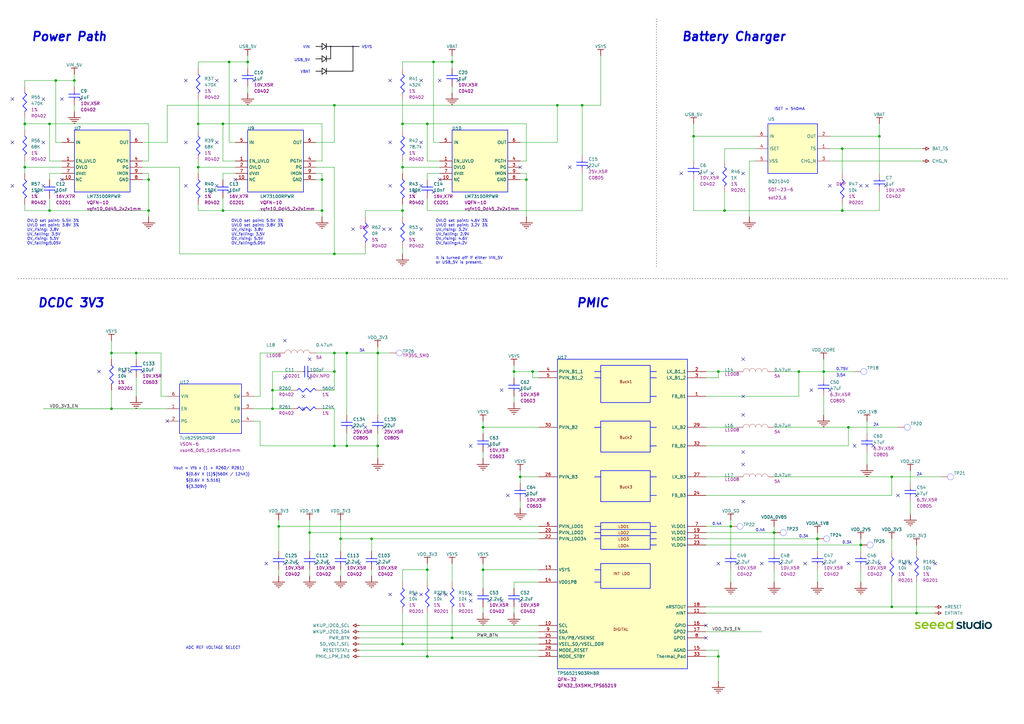
<source format=kicad_sch>
(kicad_sch (version 20231120) (generator "eeschema") (generator_version "8.0")
  (paper "User" 419.989 297.002)
  (junction (at 142.24 182.88))
  (junction (at 81.28 68.58))
  (junction (at 20.32 86.36))
  (junction (at 198.12 175.26))
  (junction (at 165.1 50.8))
  (junction (at 175.26 269.24))
  (junction (at 215.9 73.66))
  (junction (at 165.1 86.36))
  (junction (at 142.24 144.78))
  (junction (at 294.64 152.4))
  (junction (at 60.96 73.66))
  (junction (at 198.12 233.68))
  (junction (at 284.48 55.88))
  (junction (at 165.1 264.16))
  (junction (at 10.16 68.58))
  (junction (at 228.6 43.18))
  (junction (at 185.42 25.4))
  (junction (at 91.44 86.36))
  (junction (at 45.72 167.64))
  (junction (at 111.76 167.64))
  (junction (at 175.26 233.68))
  (junction (at 347.98 175.26))
  (junction (at 137.16 144.78))
  (junction (at 114.3 215.9))
  (junction (at 81.28 50.8))
  (junction (at 45.72 144.78))
  (junction (at 55.88 144.78))
  (junction (at 345.44 60.96))
  (junction (at 365.76 195.58))
  (junction (at 345.44 86.36))
  (junction (at 317.5 218.44))
  (junction (at 132.08 86.36))
  (junction (at 299.72 215.9))
  (junction (at 353.06 223.52))
  (junction (at 20.32 50.8))
  (junction (at 294.64 269.24))
  (junction (at 335.28 220.98))
  (junction (at 213.36 195.58))
  (junction (at 154.94 182.88))
  (junction (at 210.82 152.4))
  (junction (at 365.76 248.92))
  (junction (at 360.68 55.88))
  (junction (at 139.7 220.98))
  (junction (at 101.6 25.4))
  (junction (at 22.86 33.02))
  (junction (at 127 218.44))
  (junction (at 137.16 43.18))
  (junction (at 10.16 50.8))
  (junction (at 297.18 86.36))
  (junction (at 60.96 86.36))
  (junction (at 177.8 25.4))
  (junction (at 375.92 251.46))
  (junction (at 30.48 33.02))
  (junction (at 218.44 152.4))
  (junction (at 154.94 144.78))
  (junction (at 111.76 160.02))
  (junction (at 152.4 220.98))
  (junction (at 137.16 152.4))
  (junction (at 175.26 50.8))
  (junction (at 91.44 50.8))
  (junction (at 137.16 104.14))
  (junction (at 132.08 73.66))
  (junction (at 185.42 261.62))
  (junction (at 93.98 25.4))
  (junction (at 137.16 182.88))
  (junction (at 238.76 43.18))
  (junction (at 165.1 68.58))
  (junction (at 337.82 152.4))
  (junction (at 327.66 152.4))
  (no_connect (at 233.68 68.58))
  (no_connect (at 96.52 73.66))
  (no_connect (at 304.8 185.42))
  (no_connect (at 312.42 231.14))
  (no_connect (at 76.2 33.02))
  (no_connect (at 213.36 160.02))
  (no_connect (at 109.22 231.14))
  (no_connect (at 294.64 231.14))
  (no_connect (at 160.02 58.42))
  (no_connect (at 363.22 76.2))
  (no_connect (at 182.88 243.84))
  (no_connect (at 347.98 231.14))
  (no_connect (at 40.64 152.4))
  (no_connect (at 304.8 205.74))
  (no_connect (at 370.84 231.14))
  (no_connect (at 213.36 68.58))
  (no_connect (at 124.46 162.56))
  (no_connect (at 292.1 71.12))
  (no_connect (at 279.4 71.12))
  (no_connect (at 86.36 78.74))
  (no_connect (at 172.72 76.2))
  (no_connect (at 205.74 246.38))
  (no_connect (at 134.62 231.14))
  (no_connect (at 68.58 172.72))
  (no_connect (at 289.56 256.54))
  (no_connect (at 160.02 76.2))
  (no_connect (at 358.14 182.88))
  (no_connect (at 200.66 182.88))
  (no_connect (at 88.9 33.02))
  (no_connect (at 200.66 246.38))
  (no_connect (at 193.04 243.84))
  (no_connect (at 121.92 231.14))
  (no_connect (at 320.04 231.14))
  (no_connect (at 76.2 58.42))
  (no_connect (at 172.72 243.84))
  (no_connect (at 304.8 162.56))
  (no_connect (at 215.9 203.2))
  (no_connect (at 76.2 76.2))
  (no_connect (at 88.9 58.42))
  (no_connect (at 330.2 231.14))
  (no_connect (at 340.36 76.2))
  (no_connect (at 58.42 152.4))
  (no_connect (at 25.4 73.66))
  (no_connect (at 17.78 40.64))
  (no_connect (at 124.46 167.64))
  (no_connect (at 157.48 175.26))
  (no_connect (at 187.96 33.02))
  (no_connect (at 172.72 93.98))
  (no_connect (at 287.02 71.12))
  (no_connect (at 50.8 152.4))
  (no_connect (at 383.54 231.14))
  (no_connect (at 22.86 78.74))
  (no_connect (at 33.02 40.64))
  (no_connect (at 5.08 76.2))
  (no_connect (at 142.24 231.14))
  (no_connect (at 177.8 78.74))
  (no_connect (at 157.48 93.98))
  (no_connect (at 93.98 78.74))
  (no_connect (at 129.54 231.14))
  (no_connect (at 127 154.94))
  (no_connect (at 170.18 78.74))
  (no_connect (at 53.34 152.4))
  (no_connect (at 15.24 78.74))
  (no_connect (at 205.74 160.02))
  (no_connect (at 289.56 261.62))
  (no_connect (at 170.18 243.84))
  (no_connect (at 193.04 246.38))
  (no_connect (at 302.26 231.14))
  (no_connect (at 350.52 182.88))
  (no_connect (at 5.08 58.42))
  (no_connect (at 304.8 190.5))
  (no_connect (at 337.82 231.14))
  (no_connect (at 353.06 76.2))
  (no_connect (at 180.34 33.02))
  (no_connect (at 127 147.32))
  (no_connect (at 17.78 76.2))
  (no_connect (at 160.02 243.84))
  (no_connect (at 160.02 33.02))
  (no_connect (at 144.78 93.98))
  (no_connect (at 180.34 73.66))
  (no_connect (at 304.8 147.32))
  (no_connect (at 116.84 154.94))
  (no_connect (at 116.84 231.14))
  (no_connect (at 208.28 203.2))
  (no_connect (at 160.02 93.98))
  (no_connect (at 360.68 231.14))
  (no_connect (at 304.8 170.18))
  (no_connect (at 375.92 203.2))
  (no_connect (at 149.86 175.26))
  (no_connect (at 180.34 243.84))
  (no_connect (at 241.3 68.58))
  (no_connect (at 17.78 58.42))
  (no_connect (at 304.8 71.12))
  (no_connect (at 332.74 160.02))
  (no_connect (at 116.84 139.7))
  (no_connect (at 88.9 76.2))
  (no_connect (at 5.08 40.64))
  (no_connect (at 144.78 175.26))
  (no_connect (at 25.4 40.64))
  (no_connect (at 104.14 33.02))
  (no_connect (at 368.3 203.2))
  (no_connect (at 172.72 58.42))
  (no_connect (at 340.36 160.02))
  (no_connect (at 172.72 33.02))
  (no_connect (at 193.04 182.88))
  (no_connect (at 213.36 246.38))
  (no_connect (at 373.38 231.14))
  (no_connect (at 355.6 231.14))
  (no_connect (at 147.32 231.14))
  (no_connect (at 96.52 33.02))
  (no_connect (at 355.6 76.2))
  (no_connect (at 154.94 231.14))
  (wire (pts (xy 337.82 152.4) (xy 350.52 152.4)))
  (wire (pts (xy 91.44 71.12) (xy 96.52 71.12)))
  (wire (pts (xy 165.1 264.16) (xy 220.98 264.16)))
  (wire (pts (xy 20.32 86.36) (xy 60.96 86.36)))
  (wire (pts (xy 180.34 66.04) (xy 175.26 66.04)))
  (wire (pts (xy 104.14 172.72) (xy 106.68 172.72)))
  (wire (pts (xy 137.16 160.02) (xy 137.16 152.4)))
  (wire (pts (xy 165.1 25.4) (xy 177.8 25.4)))
  (polyline (pts (xy 135.636 19.05) (xy 135.636 24.13)) (stroke (width 0.254) (type solid) (color 0 0 0 1)))
  (wire (pts (xy 165.1 50.8) (xy 165.1 40.64)))
  (polyline (pts (xy 132.08 29.21) (xy 129.54 29.21)) (stroke (width 0.254) (type solid) (color 0 0 0 1)))
  (wire (pts (xy 152.4 220.98) (xy 220.98 220.98)))
  (wire (pts (xy 45.72 167.64) (xy 45.72 160.02)))
  (wire (pts (xy 45.72 144.78) (xy 45.72 139.7)))
  (wire (pts (xy 81.28 25.4) (xy 93.98 25.4)))
  (wire (pts (xy 101.6 25.4) (xy 101.6 22.86)))
  (wire (pts (xy 106.68 144.78) (xy 106.68 162.56)))
  (wire (pts (xy 139.7 226.06) (xy 139.7 220.98)))
  (wire (pts (xy 175.26 71.12) (xy 175.26 73.66)))
  (wire (pts (xy 137.16 58.42) (xy 137.16 43.18)))
  (wire (pts (xy 185.42 261.62) (xy 185.42 251.46)))
  (wire (pts (xy 215.9 88.9) (xy 215.9 73.66)))
  (wire (pts (xy 165.1 50.8) (xy 175.26 50.8)))
  (wire (pts (xy 185.42 35.56) (xy 185.42 38.1)))
  (wire (pts (xy 142.24 144.78) (xy 154.94 144.78)))
  (wire (pts (xy 175.26 269.24) (xy 175.26 251.46)))
  (wire (pts (xy 137.16 68.58) (xy 129.54 68.58)))
  (wire (pts (xy 20.32 66.04) (xy 20.32 50.8)))
  (wire (pts (xy 10.16 33.02) (xy 22.86 33.02)))
  (wire (pts (xy 142.24 182.88) (xy 142.24 177.8)))
  (wire (pts (xy 220.98 233.68) (xy 198.12 233.68)))
  (wire (pts (xy 58.42 68.58) (xy 73.66 68.58)))
  (wire (pts (xy 165.1 264.16) (xy 165.1 251.46)))
  (wire (pts (xy 101.6 35.56) (xy 101.6 38.1)))
  (polyline (pts (xy 133.858 22.86) (xy 133.858 25.4)) (stroke (width 0.254) (type solid) (color 0 0 0 1)))
  (wire (pts (xy 45.72 147.32) (xy 45.72 144.78)))
  (polyline (pts (xy 7.62 114.3) (xy 414.02 114.3)) (stroke (width 0.254) (type dot) (color 0 0 0 1)))
  (wire (pts (xy 147.32 264.16) (xy 165.1 264.16)))
  (wire (pts (xy 30.48 33.02) (xy 30.48 30.48)))
  (wire (pts (xy 355.6 190.5) (xy 355.6 185.42)))
  (wire (pts (xy 185.42 261.62) (xy 220.98 261.62)))
  (polyline (pts (xy 133.858 17.78) (xy 133.858 20.32)) (stroke (width 0.254) (type solid) (color 0 0 0 1)))
  (wire (pts (xy 165.1 86.36) (xy 165.1 83.82)))
  (wire (pts (xy 294.64 269.24) (xy 289.56 269.24)))
  (wire (pts (xy 375.92 251.46) (xy 383.54 251.46)))
  (wire (pts (xy 165.1 238.76) (xy 165.1 233.68)))
  (wire (pts (xy 365.76 195.58) (xy 386.08 195.58)))
  (wire (pts (xy 81.28 50.8) (xy 91.44 50.8)))
  (polyline (pts (xy 132.08 17.78) (xy 133.858 19.05)) (stroke (width 0.254) (type solid) (color 0 0 0 1)))
  (wire (pts (xy 139.7 236.22) (xy 139.7 233.68)))
  (wire (pts (xy 25.4 58.42) (xy 22.86 58.42)))
  (wire (pts (xy 132.08 73.66) (xy 132.08 71.12)))
  (wire (pts (xy 228.6 43.18) (xy 238.76 43.18)))
  (wire (pts (xy 335.28 226.06) (xy 335.28 220.98)))
  (wire (pts (xy 213.36 195.58) (xy 213.36 193.04)))
  (wire (pts (xy 106.68 182.88) (xy 137.16 182.88)))
  (wire (pts (xy 335.28 238.76) (xy 335.28 233.68)))
  (wire (pts (xy 289.56 248.92) (xy 365.76 248.92)))
  (wire (pts (xy 347.98 175.26) (xy 368.3 175.26)))
  (wire (pts (xy 345.44 86.36) (xy 345.44 83.82)))
  (wire (pts (xy 93.98 58.42) (xy 93.98 25.4)))
  (wire (pts (xy 289.56 152.4) (xy 294.64 152.4)))
  (wire (pts (xy 149.86 88.9) (xy 149.86 86.36)))
  (wire (pts (xy 60.96 86.36) (xy 60.96 73.66)))
  (wire (pts (xy 180.34 71.12) (xy 175.26 71.12)))
  (wire (pts (xy 340.36 55.88) (xy 360.68 55.88)))
  (wire (pts (xy 60.96 50.8) (xy 60.96 66.04)))
  (wire (pts (xy 165.1 71.12) (xy 165.1 68.58)))
  (wire (pts (xy 360.68 78.74) (xy 360.68 86.36)))
  (wire (pts (xy 132.08 66.04) (xy 129.54 66.04)))
  (wire (pts (xy 154.94 144.78) (xy 154.94 142.24)))
  (wire (pts (xy 137.16 182.88) (xy 137.16 167.64)))
  (wire (pts (xy 111.76 160.02) (xy 111.76 152.4)))
  (wire (pts (xy 180.34 58.42) (xy 177.8 58.42)))
  (wire (pts (xy 177.8 25.4) (xy 185.42 25.4)))
  (wire (pts (xy 149.86 104.14) (xy 149.86 101.6)))
  (wire (pts (xy 139.7 220.98) (xy 152.4 220.98)))
  (wire (pts (xy 215.9 73.66) (xy 213.36 73.66)))
  (wire (pts (xy 297.18 66.04) (xy 297.18 60.96)))
  (wire (pts (xy 142.24 144.78) (xy 142.24 170.18)))
  (wire (pts (xy 165.1 27.94) (xy 165.1 25.4)))
  (polyline (pts (xy 132.08 24.13) (xy 129.54 24.13)) (stroke (width 0.254) (type solid) (color 0 0 0 1)))
  (polyline (pts (xy 133.858 27.94) (xy 133.858 30.48)) (stroke (width 0.254) (type solid) (color 0 0 0 1)))
  (wire (pts (xy 10.16 35.56) (xy 10.16 33.02)))
  (wire (pts (xy 66.04 162.56) (xy 66.04 144.78)))
  (wire (pts (xy 246.38 43.18) (xy 246.38 22.86)))
  (wire (pts (xy 345.44 71.12) (xy 345.44 60.96)))
  (wire (pts (xy 132.08 86.36) (xy 132.08 73.66)))
  (wire (pts (xy 284.48 86.36) (xy 284.48 73.66)))
  (wire (pts (xy 132.08 73.66) (xy 129.54 73.66)))
  (wire (pts (xy 213.36 208.28) (xy 213.36 205.74)))
  (wire (pts (xy 317.5 195.58) (xy 365.76 195.58)))
  (wire (pts (xy 132.08 50.8) (xy 132.08 66.04)))
  (wire (pts (xy 289.56 162.56) (xy 327.66 162.56)))
  (wire (pts (xy 25.4 66.04) (xy 20.32 66.04)))
  (wire (pts (xy 347.98 182.88) (xy 289.56 182.88)))
  (wire (pts (xy 127 236.22) (xy 127 233.68)))
  (wire (pts (xy 81.28 71.12) (xy 81.28 68.58)))
  (wire (pts (xy 365.76 226.06) (xy 365.76 220.98)))
  (wire (pts (xy 294.64 266.7) (xy 289.56 266.7)))
  (wire (pts (xy 337.82 152.4) (xy 337.82 147.32)))
  (wire (pts (xy 10.16 68.58) (xy 10.16 66.04)))
  (wire (pts (xy 137.16 152.4) (xy 129.54 152.4)))
  (wire (pts (xy 353.06 223.52) (xy 289.56 223.52)))
  (wire (pts (xy 10.16 50.8) (xy 10.16 48.26)))
  (wire (pts (xy 127 218.44) (xy 127 213.36)))
  (wire (pts (xy 175.26 233.68) (xy 175.26 231.14)))
  (wire (pts (xy 127 226.06) (xy 127 218.44)))
  (wire (pts (xy 238.76 71.12) (xy 238.76 86.36)))
  (wire (pts (xy 93.98 25.4) (xy 101.6 25.4)))
  (wire (pts (xy 10.16 50.8) (xy 20.32 50.8)))
  (wire (pts (xy 284.48 55.88) (xy 284.48 50.8)))
  (wire (pts (xy 137.16 152.4) (xy 137.16 144.78)))
  (wire (pts (xy 96.52 58.42) (xy 93.98 58.42)))
  (wire (pts (xy 210.82 238.76) (xy 210.82 241.3)))
  (wire (pts (xy 165.1 233.68) (xy 175.26 233.68)))
  (polyline (pts (xy 132.08 27.94) (xy 132.08 30.48)) (stroke (width 0.254) (type solid) (color 0 0 0 1)))
  (wire (pts (xy 114.3 215.9) (xy 114.3 213.36)))
  (wire (pts (xy 220.98 238.76) (xy 210.82 238.76)))
  (polyline (pts (xy 132.08 30.48) (xy 133.858 29.21)) (stroke (width 0.254) (type solid) (color 0 0 0 1)))
  (wire (pts (xy 165.1 88.9) (xy 165.1 86.36)))
  (wire (pts (xy 60.96 66.04) (xy 58.42 66.04)))
  (wire (pts (xy 132.08 160.02) (xy 137.16 160.02)))
  (wire (pts (xy 238.76 43.18) (xy 246.38 43.18)))
  (wire (pts (xy 91.44 50.8) (xy 132.08 50.8)))
  (polyline (pts (xy 269.24 109.22) (xy 269.24 7.62)) (stroke (width 0.254) (type dot) (color 0 0 0 1)))
  (wire (pts (xy 373.38 198.12) (xy 373.38 193.04)))
  (wire (pts (xy 96.52 68.58) (xy 81.28 68.58)))
  (wire (pts (xy 210.82 165.1) (xy 210.82 162.56)))
  (wire (pts (xy 91.44 86.36) (xy 91.44 81.28)))
  (wire (pts (xy 365.76 248.92) (xy 365.76 238.76)))
  (polyline (pts (xy 132.08 27.94) (xy 133.858 29.21)) (stroke (width 0.254) (type solid) (color 0 0 0 1)))
  (wire (pts (xy 147.32 269.24) (xy 175.26 269.24)))
  (wire (pts (xy 20.32 71.12) (xy 20.32 73.66)))
  (wire (pts (xy 210.82 251.46) (xy 210.82 248.92)))
  (wire (pts (xy 106.68 162.56) (xy 104.14 162.56)))
  (wire (pts (xy 139.7 220.98) (xy 139.7 213.36)))
  (wire (pts (xy 165.1 68.58) (xy 165.1 66.04)))
  (wire (pts (xy 210.82 154.94) (xy 210.82 152.4)))
  (wire (pts (xy 317.5 218.44) (xy 289.56 218.44)))
  (wire (pts (xy 218.44 152.4) (xy 220.98 152.4)))
  (wire (pts (xy 165.1 104.14) (xy 165.1 101.6)))
  (wire (pts (xy 213.36 198.12) (xy 213.36 195.58)))
  (polyline (pts (xy 133.858 19.05) (xy 135.382 19.05)) (stroke (width 0.254) (type solid) (color 0 0 0 1)))
  (wire (pts (xy 10.16 53.34) (xy 10.16 50.8)))
  (wire (pts (xy 353.06 226.06) (xy 353.06 223.52)))
  (wire (pts (xy 180.34 68.58) (xy 165.1 68.58)))
  (wire (pts (xy 154.94 182.88) (xy 142.24 182.88)))
  (wire (pts (xy 220.98 218.44) (xy 127 218.44)))
  (wire (pts (xy 147.32 261.62) (xy 185.42 261.62)))
  (wire (pts (xy 137.16 182.88) (xy 142.24 182.88)))
  (wire (pts (xy 317.5 152.4) (xy 327.66 152.4)))
  (wire (pts (xy 129.54 58.42) (xy 137.16 58.42)))
  (wire (pts (xy 45.72 167.64) (xy 68.58 167.64)))
  (wire (pts (xy 373.38 210.82) (xy 373.38 205.74)))
  (wire (pts (xy 114.3 226.06) (xy 114.3 215.9)))
  (wire (pts (xy 294.64 279.4) (xy 294.64 269.24)))
  (wire (pts (xy 317.5 226.06) (xy 317.5 218.44)))
  (wire (pts (xy 198.12 177.8) (xy 198.12 175.26)))
  (wire (pts (xy 154.94 170.18) (xy 154.94 144.78)))
  (wire (pts (xy 294.64 154.94) (xy 289.56 154.94)))
  (wire (pts (xy 353.06 223.52) (xy 353.06 220.98)))
  (wire (pts (xy 317.5 175.26) (xy 347.98 175.26)))
  (wire (pts (xy 185.42 25.4) (xy 185.42 22.86)))
  (polyline (pts (xy 133.858 29.21) (xy 135.382 29.21)) (stroke (width 0.254) (type solid) (color 0 0 0 1)))
  (wire (pts (xy 10.16 71.12) (xy 10.16 68.58)))
  (wire (pts (xy 335.28 220.98) (xy 289.56 220.98)))
  (wire (pts (xy 20.32 50.8) (xy 60.96 50.8)))
  (wire (pts (xy 220.98 259.08) (xy 147.32 259.08)))
  (wire (pts (xy 312.42 259.08) (xy 289.56 259.08)))
  (wire (pts (xy 154.94 182.88) (xy 154.94 177.8)))
  (wire (pts (xy 60.96 73.66) (xy 60.96 71.12)))
  (wire (pts (xy 294.64 152.4) (xy 302.26 152.4)))
  (wire (pts (xy 137.16 104.14) (xy 149.86 104.14)))
  (wire (pts (xy 101.6 27.94) (xy 101.6 25.4)))
  (wire (pts (xy 137.16 167.64) (xy 132.08 167.64)))
  (wire (pts (xy 137.16 43.18) (xy 228.6 43.18)))
  (wire (pts (xy 198.12 175.26) (xy 198.12 172.72)))
  (wire (pts (xy 335.28 220.98) (xy 335.28 218.44)))
  (wire (pts (xy 55.88 162.56) (xy 55.88 154.94)))
  (wire (pts (xy 198.12 187.96) (xy 198.12 185.42)))
  (wire (pts (xy 81.28 53.34) (xy 81.28 50.8)))
  (wire (pts (xy 284.48 66.04) (xy 284.48 55.88)))
  (wire (pts (xy 58.42 58.42) (xy 68.58 58.42)))
  (wire (pts (xy 299.72 215.9) (xy 289.56 215.9)))
  (wire (pts (xy 297.18 86.36) (xy 297.18 78.74)))
  (wire (pts (xy 91.44 66.04) (xy 91.44 50.8)))
  (wire (pts (xy 175.26 86.36) (xy 175.26 81.28)))
  (polyline (pts (xy 132.08 25.4) (xy 133.858 24.13)) (stroke (width 0.254) (type solid) (color 0 0 0 1)))
  (wire (pts (xy 294.64 152.4) (xy 294.64 154.94)))
  (wire (pts (xy 175.26 269.24) (xy 220.98 269.24)))
  (wire (pts (xy 215.9 50.8) (xy 215.9 66.04)))
  (wire (pts (xy 347.98 175.26) (xy 347.98 182.88)))
  (wire (pts (xy 111.76 167.64) (xy 111.76 160.02)))
  (wire (pts (xy 309.88 55.88) (xy 284.48 55.88)))
  (wire (pts (xy 10.16 83.82) (xy 10.16 86.36)))
  (polyline (pts (xy 132.08 17.78) (xy 132.08 20.32)) (stroke (width 0.254) (type solid) (color 0 0 0 1)))
  (wire (pts (xy 106.68 172.72) (xy 106.68 182.88)))
  (wire (pts (xy 22.86 58.42) (xy 22.86 33.02)))
  (wire (pts (xy 132.08 88.9) (xy 132.08 86.36)))
  (wire (pts (xy 353.06 238.76) (xy 353.06 233.68)))
  (wire (pts (xy 302.26 195.58) (xy 289.56 195.58)))
  (wire (pts (xy 175.26 50.8) (xy 215.9 50.8)))
  (wire (pts (xy 137.16 104.14) (xy 137.16 68.58)))
  (wire (pts (xy 81.28 27.94) (xy 81.28 25.4)))
  (wire (pts (xy 210.82 152.4) (xy 210.82 149.86)))
  (wire (pts (xy 81.28 86.36) (xy 81.28 83.82)))
  (wire (pts (xy 215.9 66.04) (xy 213.36 66.04)))
  (wire (pts (xy 177.8 58.42) (xy 177.8 25.4)))
  (wire (pts (xy 218.44 154.94) (xy 218.44 152.4)))
  (wire (pts (xy 165.1 53.34) (xy 165.1 50.8)))
  (wire (pts (xy 152.4 226.06) (xy 152.4 220.98)))
  (wire (pts (xy 365.76 248.92) (xy 383.54 248.92)))
  (wire (pts (xy 360.68 71.12) (xy 360.68 55.88)))
  (polyline (pts (xy 132.08 22.86) (xy 132.08 25.4)) (stroke (width 0.254) (type solid) (color 0 0 0 1)))
  (wire (pts (xy 355.6 177.8) (xy 355.6 172.72)))
  (wire (pts (xy 81.28 50.8) (xy 81.28 40.64)))
  (wire (pts (xy 60.96 73.66) (xy 58.42 73.66)))
  (wire (pts (xy 327.66 162.56) (xy 327.66 152.4)))
  (wire (pts (xy 91.44 73.66) (xy 91.44 71.12)))
  (wire (pts (xy 111.76 152.4) (xy 121.92 152.4)))
  (wire (pts (xy 91.44 86.36) (xy 81.28 86.36)))
  (wire (pts (xy 22.86 33.02) (xy 30.48 33.02)))
  (wire (pts (xy 73.66 104.14) (xy 137.16 104.14)))
  (wire (pts (xy 104.14 167.64) (xy 111.76 167.64)))
  (wire (pts (xy 30.48 43.18) (xy 30.48 45.72)))
  (wire (pts (xy 68.58 162.56) (xy 66.04 162.56)))
  (wire (pts (xy 68.58 58.42) (xy 68.58 43.18)))
  (wire (pts (xy 175.26 66.04) (xy 175.26 50.8)))
  (wire (pts (xy 317.5 218.44) (xy 317.5 215.9)))
  (wire (pts (xy 220.98 266.7) (xy 147.32 266.7)))
  (polyline (pts (xy 135.382 29.21) (xy 144.78 29.21)) (stroke (width 0.254) (type solid) (color 0 0 0 1)))
  (wire (pts (xy 238.76 63.5) (xy 238.76 43.18)))
  (wire (pts (xy 220.98 195.58) (xy 213.36 195.58)))
  (wire (pts (xy 307.34 66.04) (xy 309.88 66.04)))
  (wire (pts (xy 375.92 226.06) (xy 375.92 223.52)))
  (wire (pts (xy 299.72 238.76) (xy 299.72 233.68)))
  (wire (pts (xy 25.4 68.58) (xy 10.16 68.58)))
  (wire (pts (xy 111.76 167.64) (xy 119.38 167.64)))
  (wire (pts (xy 20.32 86.36) (xy 20.32 81.28)))
  (wire (pts (xy 17.78 167.64) (xy 45.72 167.64)))
  (wire (pts (xy 60.96 88.9) (xy 60.96 86.36)))
  (wire (pts (xy 60.96 71.12) (xy 58.42 71.12)))
  (wire (pts (xy 198.12 233.68) (xy 198.12 231.14)))
  (wire (pts (xy 345.44 60.96) (xy 378.46 60.96)))
  (wire (pts (xy 337.82 162.56) (xy 337.82 170.18)))
  (wire (pts (xy 129.54 144.78) (xy 137.16 144.78)))
  (wire (pts (xy 220.98 175.26) (xy 198.12 175.26)))
  (wire (pts (xy 175.26 238.76) (xy 175.26 233.68)))
  (wire (pts (xy 55.88 144.78) (xy 45.72 144.78)))
  (wire (pts (xy 345.44 86.36) (xy 297.18 86.36)))
  (wire (pts (xy 149.86 86.36) (xy 165.1 86.36)))
  (wire (pts (xy 73.66 68.58) (xy 73.66 104.14)))
  (wire (pts (xy 137.16 144.78) (xy 142.24 144.78)))
  (wire (pts (xy 185.42 27.94) (xy 185.42 25.4)))
  (wire (pts (xy 220.98 154.94) (xy 218.44 154.94)))
  (wire (pts (xy 81.28 68.58) (xy 81.28 66.04)))
  (wire (pts (xy 96.52 66.04) (xy 91.44 66.04)))
  (wire (pts (xy 228.6 58.42) (xy 228.6 43.18)))
  (wire (pts (xy 299.72 226.06) (xy 299.72 215.9)))
  (wire (pts (xy 154.94 187.96) (xy 154.94 182.88)))
  (polyline (pts (xy 132.08 19.05) (xy 129.54 19.05)) (stroke (width 0.254) (type solid) (color 0 0 0 1)))
  (wire (pts (xy 213.36 58.42) (xy 228.6 58.42)))
  (wire (pts (xy 327.66 152.4) (xy 337.82 152.4)))
  (polyline (pts (xy 133.858 24.13) (xy 135.636 24.13)) (stroke (width 0.254) (type solid) (color 0 0 0 1)))
  (wire (pts (xy 119.38 160.02) (xy 111.76 160.02)))
  (wire (pts (xy 337.82 154.94) (xy 337.82 152.4)))
  (wire (pts (xy 220.98 215.9) (xy 114.3 215.9)))
  (wire (pts (xy 132.08 71.12) (xy 129.54 71.12)))
  (polyline (pts (xy 132.08 20.32) (xy 133.858 19.05)) (stroke (width 0.254) (type solid) (color 0 0 0 1)))
  (wire (pts (xy 198.12 241.3) (xy 198.12 233.68)))
  (wire (pts (xy 114.3 236.22) (xy 114.3 233.68)))
  (wire (pts (xy 10.16 86.36) (xy 20.32 86.36)))
  (wire (pts (xy 154.94 144.78) (xy 160.02 144.78)))
  (wire (pts (xy 299.72 215.9) (xy 299.72 213.36)))
  (wire (pts (xy 198.12 251.46) (xy 198.12 248.92)))
  (wire (pts (xy 365.76 195.58) (xy 365.76 203.2)))
  (polyline (pts (xy 135.382 19.05) (xy 147.32 19.05)) (stroke (width 0.254) (type solid) (color 0 0 0 1)))
  (wire (pts (xy 238.76 86.36) (xy 175.26 86.36)))
  (wire (pts (xy 210.82 152.4) (xy 218.44 152.4)))
  (wire (pts (xy 114.3 144.78) (xy 106.68 144.78)))
  (wire (pts (xy 378.46 66.04) (xy 340.36 66.04)))
  (wire (pts (xy 360.68 55.88) (xy 360.68 50.8)))
  (wire (pts (xy 185.42 238.76) (xy 185.42 231.14)))
  (polyline (pts (xy 144.78 19.05) (xy 144.78 29.21)) (stroke (width 0.254) (type solid) (color 0 0 0 1)))
  (wire (pts (xy 132.08 86.36) (xy 91.44 86.36)))
  (wire (pts (xy 297.18 86.36) (xy 284.48 86.36)))
  (wire (pts (xy 307.34 88.9) (xy 307.34 66.04)))
  (wire (pts (xy 152.4 236.22) (xy 152.4 233.68)))
  (wire (pts (xy 215.9 71.12) (xy 213.36 71.12)))
  (wire (pts (xy 66.04 144.78) (xy 55.88 144.78)))
  (wire (pts (xy 55.88 147.32) (xy 55.88 144.78)))
  (wire (pts (xy 302.26 175.26) (xy 289.56 175.26)))
  (wire (pts (xy 289.56 251.46) (xy 375.92 251.46)))
  (wire (pts (xy 340.36 60.96) (xy 345.44 60.96)))
  (wire (pts (xy 365.76 203.2) (xy 289.56 203.2)))
  (wire (pts (xy 215.9 73.66) (xy 215.9 71.12)))
  (wire (pts (xy 294.64 269.24) (xy 294.64 266.7)))
  (wire (pts (xy 297.18 60.96) (xy 309.88 60.96)))
  (wire (pts (xy 220.98 256.54) (xy 147.32 256.54)))
  (polyline (pts (xy 132.08 22.86) (xy 133.858 24.13)) (stroke (width 0.254) (type solid) (color 0 0 0 1)))
  (wire (pts (xy 317.5 238.76) (xy 317.5 233.68)))
  (wire (pts (xy 360.68 86.36) (xy 345.44 86.36)))
  (wire (pts (xy 375.92 251.46) (xy 375.92 238.76)))
  (wire (pts (xy 30.48 35.56) (xy 30.48 33.02)))
  (wire (pts (xy 25.4 71.12) (xy 20.32 71.12)))
  (wire (pts (xy 68.58 43.18) (xy 137.16 43.18)))
  (circle (center 135.636 19.05) (radius 0.254) (stroke (width 0.0001)))
  (circle (center 144.78 19.05) (radius 0.254) (stroke (width 0.0001)))
  (image (at 390.9945 256.413) (scale 0.481127))
  (text_box "OVLO set point: 4.6V 3%\nUVLO set point: 3.2V 3%\nUV_rising: 3.2V\nUV_falling: 2.9V\nOV_rising: 4.6V\nOV_falling:4.2V" (at 207.518 102.616 0) (size -29.718 -13.716) (stroke (width -0.0001) (color 0 0 0 1)) (effects (font (size 1.143 1.143)) (justify left top)))
  (text_box "OVLO set point: 5.5V 3%\nUVLO set point: 3.8V 3%\nUV_rising: 3.8V\nUV_falling: 3.5V\nOV_rising: 5.5V\nOV_falling:5.05V" (at 123.698 102.616 0) (size -29.718 -13.716) (stroke (width -0.0001) (color 0 0 0 1)) (effects (font (size 1.143 1.143)) (justify left top)))
  (text_box "It is turned off if either VIN_5V\nor USB_5V is present." (at 220.218 108.712 0) (size -42.418 -4.572) (stroke (width -0.0001) (color 0 0 0 1)) (effects (font (size 1.143 1.143)) (justify left top)))
  (text_box "OVLO set point: 5.5V 3%\nUVLO set point: 3.8V 3%\nUV_rising: 3.8V\nUV_falling: 3.5V\nOV_rising: 5.5V\nOV_falling:5.05V" (at 39.878 102.616 0) (size -29.718 -13.716) (stroke (width -0.0001) (color 0 0 0 1)) (effects (font (size 1.143 1.143)) (justify left top)))
  (text "PMIC" (at 236.22 126.492 0) (effects (font (size 3.556 3.556) (thickness 0.7112) (bold yes) (italic yes)) (justify left bottom)))
  (text "VBAT" (at 123.19 30.226 0) (effects (font (size 1.143 1.143)) (justify left bottom)))
  (text "${0.6V X (1}${560K / 124K)}" (at 76.2 195.326 0) (effects (font (size 1.143 1.143)) (justify left bottom)))
  (text "0.4A" (at 292.1 215.646 0) (effects (font (size 1.143 1.143)) (justify left bottom)))
  (text "2A" (at 358.14 175.006 0) (effects (font (size 1.143 1.143)) (justify left bottom)))
  (text "2A" (at 375.92 195.326 0) (effects (font (size 1.143 1.143)) (justify left bottom)))
  (text "${3.309V}" (at 76.2 200.406 0) (effects (font (size 1.143 1.143)) (justify left bottom)))
  (text "0.75V" (at 342.9 152.146 0) (effects (font (size 1.143 1.143)) (justify left bottom)))
  (text "DCDC 3V3" (at 15.24 126.492 0) (effects (font (size 3.556 3.556) (thickness 0.7112) (bold yes) (italic yes)) (justify left bottom)))
  (text "0.4A" (at 309.88 218.186 0) (effects (font (size 1.143 1.143)) (justify left bottom)))
  (text "${0.6V X 5.516}" (at 76.2 197.866 0) (effects (font (size 1.143 1.143)) (justify left bottom)))
  (text "VIN" (at 124.206 20.066 0) (effects (font (size 1.143 1.143)) (justify left bottom)))
  (text "ISET = 540mA" (at 317.5 45.466 0) (effects (font (size 1.143 1.143)) (justify left bottom)))
  (text "VSYS" (at 148.336 20.066 0) (effects (font (size 1.143 1.143)) (justify left bottom)))
  (text "ADC REF VOLTAGE SELECT" (at 76.2 266.446 0) (effects (font (size 1.143 1.143)) (justify left bottom)))
  (text "Vout = Vfb x (1 + R260/ R261)" (at 71.12 192.786 0) (effects (font (size 1.143 1.143)) (justify left bottom)))
  (text "0.3A" (at 327.66 220.726 0) (effects (font (size 1.143 1.143)) (justify left bottom)))
  (text "USB_5V" (at 120.65 25.4 0) (effects (font (size 1.143 1.143)) (justify left bottom)))
  (text "Battery Charger" (at 279.4 17.272 0) (effects (font (size 3.556 3.556) (thickness 0.7112) (bold yes) (italic yes)) (justify left bottom)))
  (text "3.5A" (at 342.9 154.686 0) (effects (font (size 1.143 1.143)) (justify left bottom)))
  (text "3A" (at 147.32 144.526 0) (effects (font (size 1.143 1.143)) (justify left bottom)))
  (text "0.3A" (at 345.44 223.266 0) (effects (font (size 1.143 1.143)) (justify left bottom)))
  (text "Power Path" (at 12.7 17.272 0) (effects (font (size 3.556 3.556) (thickness 0.7112) (bold yes) (italic yes)) (justify left bottom)))
  (label "VDD_3V3_EN" (at 20.32 167.64 0))
  (label "VDD_3V3_EN" (at 292.1 259.08 0))
  (label "PWR_BTN" (at 195.58 261.62 0))
  (symbol (lib_id "pocketbeagle2-kicad-altium-import:root_0_TPS65219") (at 228.6 147.32 0) (unit 1)
    (property "Reference" "U17" (at 228.6 147.32 0) (effects (justify left bottom)))
    (property "Value" "TPS6521903RHBR" (at 228.6 276.86 0) (effects (justify left bottom)))
    (property "Footprint" "QFN32_5X5MM_TPS65219" (effects (hide yes)))
    (property "Description" "SMD IC PMIC;VQFN-32" (effects (hide yes)))
    (property "PCB FOOTPRINT" "QFN32_5X5MM_TPS65219" (at 228.6 281.94 0) (effects (justify left bottom)))
    (property "PN" "310032517" (effects (hide yes)))
    (property "PACKAGE SIZE" "QFN-32" (at 228.6 279.4 0) (effects (justify left bottom)))
    (property "COMPANY PART STATUS" "BeaglePlay" (effects (hide yes)))
    (property "CLASS" "IC" (effects (hide yes)))
    (property "MANUFACTURER" "TI" (effects (hide yes)))
    (property "TEMPERATURE" "-40¡ãC to 105¡ãC" (effects (hide yes)))
    (property "MANUFACTURER PART NUMBER" "TPS6521903RHBR" (effects (hide yes)))
    (property "STATUS" "BeaglePlay" (effects (hide yes)))
  )
  (symbol (lib_id "pocketbeagle2-kicad-altium-import:GND_POWER_GROUND") (at 139.7 236.22 0) (unit 1)
    (property "Reference" "#PWR?" (effects (hide yes)))
    (property "Value" "GND" (effects (hide yes)))
  )
  (symbol (lib_id "pocketbeagle2-kicad-altium-import:root_0_LM73100RPWR") (at 185.42 53.34 0) (unit 1)
    (property "Reference" "U10" (at 185.42 53.34 0) (effects (justify left bottom)))
    (property "Value" "LM73100RPWR" (at 190.5 81.28 0) (effects (justify left bottom)))
    (property "Footprint" "RPW0010A-MFG" (effects (hide yes)))
    (property "Description" "SMD IC Ideal Diode;VQFN-10" (effects (hide yes)))
    (property "STATUS" "PocketBeagle2" (effects (hide yes)))
    (property "PN" "310032694" (effects (hide yes)))
    (property "PACKAGE SIZE" "VQFN-10" (at 190.5 83.82 0) (effects (justify left bottom)))
    (property "COMPANY PART STATUS" "PocketBeagle2" (effects (hide yes)))
    (property "CLASS" "IC" (effects (hide yes)))
    (property "MANUFACTURER" "TI" (effects (hide yes)))
    (property "TEMPERATURE" "-40¡ãC to 125¡ãC" (effects (hide yes)))
    (property "MANUFACTURER PART NUMBER" "LM73100RPWR" (effects (hide yes)))
    (property "PCB FOOTPRINT" "vqfn10_0d45_2x2x1mm" (at 190.5 86.36 0) (effects (justify left bottom)))
  )
  (symbol (lib_id "pocketbeagle2-kicad-altium-import:root_0_R_0") (at 162.56 91.44 0) (unit 1)
    (property "Reference" "R53" (at 167.64 93.98 0) (effects (justify left bottom)))
    (property "Value" "0R" (at 167.64 96.52 0) (effects (justify left bottom)))
    (property "Footprint" "R0402" (effects (hide yes)))
    (property "Description" "SMD RES 0R-5%-1/16W;0402" (effects (hide yes)))
    (property "RATING" "5%" (at 167.64 99.06 0) (effects (justify left bottom)))
    (property "PCB FOOTPRINT" "R0402" (at 167.64 101.6 0) (effects (justify left bottom)))
    (property "PN" "301010000" (effects (hide yes)))
    (property "TEMPERATURE" "-55¡ãC to 155¡ãC" (effects (hide yes)))
    (property "PACKAGE SIZE" "0402" (effects (hide yes)))
    (property "MANUFACTURER" "YAGEO" (effects (hide yes)))
    (property "MANUFACTURER PART NUMBER" "RC0402JR-070RL" (effects (hide yes)))
    (property "STATUS" "BeagleBone Carrier Board" (effects (hide yes)))
  )
  (symbol (lib_id "pocketbeagle2-kicad-altium-import:VDD_SD_BAR") (at 299.72 213.36 180) (unit 1)
    (property "Reference" "#PWR?" (effects (hide yes)))
    (property "Value" "VDD_SD" (at 299.72 209.55 0))
  )
  (symbol (lib_id "pocketbeagle2-kicad-altium-import:VDD_3V3_BAR") (at 175.26 231.14 180) (unit 1)
    (property "Reference" "#PWR?" (effects (hide yes)))
    (property "Value" "VDD_3V3" (at 175.26 227.33 0))
  )
  (symbol (lib_id "pocketbeagle2-kicad-altium-import:root_0_CC_0") (at 208.28 243.84 0) (unit 1)
    (property "Reference" "C52" (at 213.36 243.84 0) (effects (justify left bottom)))
    (property "Value" "2.2uF" (at 213.36 246.38 0) (effects (justify left bottom)))
    (property "Footprint" "C0402" (effects (hide yes)))
    (property "Description" "SMD CAP Ceramic 2.2uF-10V-10%-X5R;0402" (effects (hide yes)))
    (property "RATING" "10V,X5R" (at 213.36 248.92 0) (effects (justify left bottom)))
    (property "PCB FOOTPRINT" "C0402" (at 213.36 251.46 0) (effects (justify left bottom)))
    (property "STATUS" "BeagleV-Ahead" (effects (hide yes)))
    (property "MANUFACTURER PART NUMBER" "CL05A225KP5NSNC" (effects (hide yes)))
    (property "TEMPERATURE" "-55¡ãC to 85¡ãC" (effects (hide yes)))
    (property "MANUFACTURER" "SAMSUNG" (effects (hide yes)))
    (property "CLASS" "DISCRETE" (effects (hide yes)))
    (property "TOLERANCE" "10%" (effects (hide yes)))
    (property "TEMPERATURE COEFFICIENT" "X5R" (effects (hide yes)))
    (property "DIELECTRIC TYPE" "Ceramic" (effects (hide yes)))
    (property "COMPANY PART STATUS" "BeagleConnect_Robotics_Joystick" (effects (hide yes)))
    (property "PACKAGE SIZE" "0402" (effects (hide yes)))
    (property "PN" "302013266" (effects (hide yes)))
  )
  (symbol (lib_id "pocketbeagle2-kicad-altium-import:root_0_BQ21040") (at 314.96 50.8 0) (unit 1)
    (property "Reference" "U5" (at 314.96 49.53 0) (effects (justify left bottom)))
    (property "Value" "BQ21040" (at 314.96 75.184 0) (effects (justify left bottom)))
    (property "Footprint" "sot23_6" (effects (hide yes)))
    (property "Description" "SMD IC PMIC;Battery Charger-4.2V-800mA;SOT23-6" (effects (hide yes)))
    (property "STATUS" "PocketBeagle2" (effects (hide yes)))
    (property "MANUFACTURER PART NUMBER" "BQ21040DBVR" (effects (hide yes)))
    (property "TEMPERATURE" "0¡ãC to 125¡ãC" (effects (hide yes)))
    (property "MANUFACTURER" "TI" (effects (hide yes)))
    (property "CLASS" "IC" (effects (hide yes)))
    (property "COMPANY PART STATUS" "PocketBeagle2" (effects (hide yes)))
    (property "PACKAGE SIZE" "SOT-23-6" (at 314.96 78.486 0) (effects (justify left bottom)))
    (property "PN" "310032031" (effects (hide yes)))
    (property "PCB FOOTPRINT" "sot23_6" (at 314.96 81.788 0) (effects (justify left bottom)))
  )
  (symbol (lib_id "pocketbeagle2-kicad-altium-import:root_0_Test Point") (at 388.62 193.04 0) (unit 1)
    (property "Reference" "TP21" (at 391.16 194.818 0) (effects (justify left bottom)))
    (property "Value" "Test Point" (effects (hide yes)))
    (property "Footprint" "tp1-8040" (effects (hide yes)))
    (property "Description" "Test Point;TP35S_SMD" (effects (hide yes)))
    (property "PCB FOOTPRINT" "TP35S_SMD" (effects (hide yes)))
    (property "ASSY" "DNP" (effects (hide yes)))
    (property "CLASS" "DISCRETE" (effects (hide yes)))
    (property "COMPANY PART STATUS" "Mini-Gateway" (effects (hide yes)))
    (property "PACKAGE SIZE" "TP35S_SMD" (effects (hide yes)))
    (property "PN" "TP35S_SMD" (effects (hide yes)))
    (property "STATUS" "Mini-Gateway" (effects (hide yes)))
  )
  (symbol (lib_id "pocketbeagle2-kicad-altium-import:root_0_R_0") (at 43.18 149.86 0) (unit 1)
    (property "Reference" "R137" (at 48.26 152.4 0) (effects (justify left bottom)))
    (property "Value" "10k" (at 48.26 154.94 0) (effects (justify left bottom)))
    (property "Footprint" "R0201" (effects (hide yes)))
    (property "Description" "SMD RES 10K-¡À1%-1/20W;0201" (effects (hide yes)))
    (property "RATING" "1%" (at 48.26 157.48 0) (effects (justify left bottom)))
    (property "PCB FOOTPRINT" "R0201" (at 48.26 160.02 0) (effects (justify left bottom)))
    (property "STATUS" "BeagleBone AI TDA4VM" (effects (hide yes)))
    (property "MANUFACTURER PART NUMBER" "RC0201FR-0710KL" (effects (hide yes)))
    (property "TEMPERATURE" "-55¡ãC to 125¡ãC" (effects (hide yes)))
    (property "MANUFACTURER" "YAGEO" (effects (hide yes)))
    (property "CLASS" "DISCRETE" (effects (hide yes)))
    (property "COMPANY PART STATUS" "RV PI" (effects (hide yes)))
    (property "PACKAGE SIZE" "0201" (effects (hide yes)))
    (property "PN" "301010526" (effects (hide yes)))
    (property "RATED POWER" "1/20W" (effects (hide yes)))
  )
  (symbol (lib_id "pocketbeagle2-kicad-altium-import:root_0_R_0") (at 342.9 73.66 0) (unit 1)
    (property "Reference" "R47" (at 347.98 76.2 0) (effects (justify left bottom)))
    (property "Value" "10k" (at 347.98 78.74 0) (effects (justify left bottom)))
    (property "Footprint" "R0201" (effects (hide yes)))
    (property "Description" "SMD RES 10K-¡À1%-1/20W;0201" (effects (hide yes)))
    (property "RATING" "1%" (at 347.98 81.28 0) (effects (justify left bottom)))
    (property "PCB FOOTPRINT" "R0201" (at 347.98 83.82 0) (effects (justify left bottom)))
    (property "MANUFACTURER PART NUMBER" "RC0201FR-0710KL" (effects (hide yes)))
    (property "TEMPERATURE" "-55¡ãC to 125¡ãC" (effects (hide yes)))
    (property "MANUFACTURER" "YAGEO" (effects (hide yes)))
    (property "CLASS" "DISCRETE" (effects (hide yes)))
    (property "RATED POWER" "1/20W" (effects (hide yes)))
    (property "COMPANY PART STATUS" "RV PI" (effects (hide yes)))
    (property "PACKAGE SIZE" "0201" (effects (hide yes)))
    (property "PN" "301010526" (effects (hide yes)))
    (property "STATUS" "BeagleBone AI TDA4VM" (effects (hide yes)))
    (property "ASSY" "DNP" (at 342.9 76.2 0) (effects (justify left bottom)))
  )
  (symbol (lib_id "pocketbeagle2-kicad-altium-import:root_0_CC_0") (at 281.94 68.58 0) (unit 1)
    (property "Reference" "C6" (at 287.02 68.58 0) (effects (justify left bottom)))
    (property "Value" "1uF" (at 287.02 71.12 0) (effects (justify left bottom)))
    (property "Footprint" "C0402" (effects (hide yes)))
    (property "Description" "SMD CAP Ceramic 1uF-10V-10%-X5R;0402" (effects (hide yes)))
    (property "RATING" "10V,X5R" (at 287.02 73.66 0) (effects (justify left bottom)))
    (property "PCB FOOTPRINT" "C0402" (at 287.02 76.2 0) (effects (justify left bottom)))
    (property "STATUS" "BeagleV-Ahead" (effects (hide yes)))
    (property "MANUFACTURER PART NUMBER" "CL05A105KP5NNNC" (effects (hide yes)))
    (property "TEMPERATURE" "-55¡ãC to 85¡ãC" (effects (hide yes)))
    (property "MANUFACTURER" "Samsung" (effects (hide yes)))
    (property "CLASS" "DISCRETE" (effects (hide yes)))
    (property "TOLERANCE" "10%" (effects (hide yes)))
    (property "TEMPERATURE COEFFICIENT" "X5R" (effects (hide yes)))
    (property "DIELECTRIC TYPE" "Ceramic" (effects (hide yes)))
    (property "COMPANY PART STATUS" "BeagleBone Carrier Board" (effects (hide yes)))
    (property "PACKAGE SIZE" "0402" (effects (hide yes)))
    (property "PN" "302013249" (effects (hide yes)))
  )
  (symbol (lib_id "pocketbeagle2-kicad-altium-import:root_0_Test Point") (at 302.26 213.36 0) (unit 1)
    (property "Reference" "TP22" (at 304.8 215.9 0) (effects (justify left bottom)))
    (property "Value" "Test Point" (effects (hide yes)))
    (property "Footprint" "tp1-8040" (effects (hide yes)))
    (property "Description" "Test Point;TP35S_SMD" (effects (hide yes)))
    (property "PCB FOOTPRINT" "TP35S_SMD" (effects (hide yes)))
    (property "ASSY" "DNP" (effects (hide yes)))
    (property "STATUS" "Mini-Gateway" (effects (hide yes)))
    (property "PN" "TP35S_SMD" (effects (hide yes)))
    (property "PACKAGE SIZE" "TP35S_SMD" (effects (hide yes)))
    (property "COMPANY PART STATUS" "Mini-Gateway" (effects (hide yes)))
    (property "CLASS" "DISCRETE" (effects (hide yes)))
  )
  (symbol (lib_id "pocketbeagle2-kicad-altium-import:root_0_CC_0") (at 335.28 157.48 0) (unit 1)
    (property "Reference" "C50" (at 340.36 157.48 0) (effects (justify left bottom)))
    (property "Value" "47uF" (at 340.36 160.02 0) (effects (justify left bottom)))
    (property "Footprint" "C0805" (effects (hide yes)))
    (property "Description" "SMD CAP Ceramic 47uF-6.3V-20%-X5R;0805" (effects (hide yes)))
    (property "RATING" "6.3V,X5R" (at 340.36 162.56 0) (effects (justify left bottom)))
    (property "PCB FOOTPRINT" "C0805" (at 340.36 165.1 0) (effects (justify left bottom)))
    (property "STATUS" "Sensor Hub" (effects (hide yes)))
    (property "MANUFACTURER PART NUMBER" "CC0805MKX5R5BB476" (effects (hide yes)))
    (property "TEMPERATURE" "-55¡ãC to 85¡ãC" (effects (hide yes)))
    (property "PN" "302010166" (effects (hide yes)))
    (property "PACKAGE SIZE" "0805" (effects (hide yes)))
    (property "COMPANY PART STATUS" "Sensor Hub" (effects (hide yes)))
    (property "DIELECTRIC TYPE" "Ceramic" (effects (hide yes)))
    (property "TEMPERATURE COEFFICIENT" "X5R" (effects (hide yes)))
    (property "TOLERANCE" "20%" (effects (hide yes)))
    (property "CLASS" "DISCRETE" (effects (hide yes)))
    (property "MANUFACTURER" "YAGEO" (effects (hide yes)))
  )
  (symbol (lib_id "pocketbeagle2-kicad-altium-import:PMIC_LPM_EN0_ARROW") (at 147.32 269.24 270) (unit 1)
    (property "Reference" "#PWR?" (effects (hide yes)))
    (property "Value" "PMIC_LPM_EN0" (at 143.51 269.24 90) (effects (justify right)))
  )
  (symbol (lib_id "pocketbeagle2-kicad-altium-import:root_0_R_0") (at 78.74 73.66 0) (unit 1)
    (property "Reference" "R40" (at 83.82 76.2 0) (effects (justify left bottom)))
    (property "Value" "150K" (at 83.82 78.74 0) (effects (justify left bottom)))
    (property "Footprint" "R0402" (effects (hide yes)))
    (property "Description" "SMD RES 150K-1%-1/16W;0402" (effects (hide yes)))
    (property "RATING" "1%" (at 83.82 81.28 0) (effects (justify left bottom)))
    (property "PCB FOOTPRINT" "R0402" (at 83.82 83.82 0) (effects (justify left bottom)))
    (property "MANUFACTURER PART NUMBER" "RC0402FR-07150KL" (effects (hide yes)))
    (property "TEMPERATURE" "-55¡ãC to 155¡ãC" (effects (hide yes)))
    (property "MANUFACTURER" "YAGEO" (effects (hide yes)))
    (property "CLASS" "DISCRETE" (effects (hide yes)))
    (property "RATED POWER" "1/16W" (effects (hide yes)))
    (property "PACKAGE SIZE" "0402" (effects (hide yes)))
    (property "PN" "301011894" (effects (hide yes)))
  )
  (symbol (lib_id "pocketbeagle2-kicad-altium-import:GND_POWER_GROUND") (at 127 236.22 0) (unit 1)
    (property "Reference" "#PWR?" (effects (hide yes)))
    (property "Value" "GND" (effects (hide yes)))
  )
  (symbol (lib_id "pocketbeagle2-kicad-altium-import:GND_POWER_GROUND") (at 101.6 38.1 0) (unit 1)
    (property "Reference" "#PWR?" (effects (hide yes)))
    (property "Value" "GND" (effects (hide yes)))
  )
  (symbol (lib_id "pocketbeagle2-kicad-altium-import:GND_POWER_GROUND") (at 185.42 38.1 0) (unit 1)
    (property "Reference" "#PWR?" (effects (hide yes)))
    (property "Value" "GND" (effects (hide yes)))
  )
  (symbol (lib_id "pocketbeagle2-kicad-altium-import:root_0_R_0") (at 363.22 228.6 0) (unit 1)
    (property "Reference" "R159" (at 368.3 231.14 0) (effects (justify left bottom)))
    (property "Value" "10k" (at 368.3 233.68 0) (effects (justify left bottom)))
    (property "Footprint" "R0201" (effects (hide yes)))
    (property "Description" "SMD RES 10K-¡À1%-1/20W;0201" (effects (hide yes)))
    (property "RATING" "1%" (at 368.3 236.22 0) (effects (justify left bottom)))
    (property "PCB FOOTPRINT" "R0201" (at 368.3 238.76 0) (effects (justify left bottom)))
    (property "STATUS" "BeagleBone AI TDA4VM" (effects (hide yes)))
    (property "MANUFACTURER PART NUMBER" "RC0201FR-0710KL" (effects (hide yes)))
    (property "TEMPERATURE" "-55¡ãC to 125¡ãC" (effects (hide yes)))
    (property "RATED POWER" "1/20W" (effects (hide yes)))
    (property "MANUFACTURER" "YAGEO" (effects (hide yes)))
    (property "CLASS" "DISCRETE" (effects (hide yes)))
    (property "COMPANY PART STATUS" "RV PI" (effects (hide yes)))
    (property "PACKAGE SIZE" "0201" (effects (hide yes)))
    (property "PN" "301010526" (effects (hide yes)))
  )
  (symbol (lib_id "pocketbeagle2-kicad-altium-import:root_0_TLV62595DMQR") (at 73.66 157.48 0) (unit 1)
    (property "Reference" "U12" (at 73.66 157.48 0) (effects (justify left bottom)))
    (property "Value" "TLV62595DMQR" (at 73.66 180.34 0) (effects (justify left bottom)))
    (property "Footprint" "vson6_0d5_1d5x1d5x1mm" (effects (hide yes)))
    (property "Description" "SMD IC PMIC;DCDC Buck-ADJ ,2.5-V to 5.5-V Input, 4-A;VSON-6" (effects (hide yes)))
    (property "PCB FOOTPRINT" "vson6_0d5_1d5x1d5x1mm" (at 73.66 185.42 0) (effects (justify left bottom)))
    (property "STATUS" "BeaglePlay" (effects (hide yes)))
    (property "PN" "310032516" (effects (hide yes)))
    (property "PACKAGE SIZE" "VSON-6" (at 73.66 182.88 0) (effects (justify left bottom)))
    (property "COMPANY PART STATUS" "BeaglePlay" (effects (hide yes)))
    (property "CLASS" "IC" (effects (hide yes)))
    (property "MANUFACTURER" "TI" (effects (hide yes)))
    (property "TEMPERATURE" "-40¡ãC to 85¡ãC" (effects (hide yes)))
    (property "MANUFACTURER PART NUMBER" "TLV62595DMQR" (effects (hide yes)))
  )
  (symbol (lib_id "pocketbeagle2-kicad-altium-import:root_0_LM73100RPWR") (at 30.48 53.34 0) (unit 1)
    (property "Reference" "U7" (at 30.48 53.34 0) (effects (justify left bottom)))
    (property "Value" "LM73100RPWR" (at 35.56 81.28 0) (effects (justify left bottom)))
    (property "Footprint" "RPW0010A-MFG" (effects (hide yes)))
    (property "Description" "SMD IC Ideal Diode;VQFN-10" (effects (hide yes)))
    (property "MANUFACTURER PART NUMBER" "LM73100RPWR" (effects (hide yes)))
    (property "TEMPERATURE" "-40¡ãC to 125¡ãC" (effects (hide yes)))
    (property "MANUFACTURER" "TI" (effects (hide yes)))
    (property "CLASS" "IC" (effects (hide yes)))
    (property "COMPANY PART STATUS" "PocketBeagle2" (effects (hide yes)))
    (property "PACKAGE SIZE" "VQFN-10" (at 35.56 83.82 0) (effects (justify left bottom)))
    (property "PN" "310032694" (effects (hide yes)))
    (property "STATUS" "PocketBeagle2" (effects (hide yes)))
    (property "PCB FOOTPRINT" "vqfn10_0d45_2x2x1mm" (at 35.56 86.36 0) (effects (justify left bottom)))
  )
  (symbol (lib_id "pocketbeagle2-kicad-altium-import:GND_POWER_GROUND") (at 307.34 88.9 0) (unit 1)
    (property "Reference" "#PWR?" (effects (hide yes)))
    (property "Value" "GND" (effects (hide yes)))
  )
  (symbol (lib_id "pocketbeagle2-kicad-altium-import:root_0_CC_0") (at 17.78 76.2 0) (unit 1)
    (property "Reference" "C12" (at 22.86 76.2 0) (effects (justify left bottom)))
    (property "Value" "10nF" (at 22.86 78.74 0) (effects (justify left bottom)))
    (property "Footprint" "C0201" (effects (hide yes)))
    (property "Description" "SMD CAP Ceramic 10nF-16V-10%-X7R;0201" (effects (hide yes)))
    (property "RATING" "16V,X7R" (at 22.86 81.28 0) (effects (justify left bottom)))
    (property "PCB FOOTPRINT" "C0201" (at 22.86 83.82 0) (effects (justify left bottom)))
    (property "STATUS" "BeagleBone AI TDA4VM" (effects (hide yes)))
    (property "MANUFACTURER PART NUMBER" "CC0201KRX7R7BB103" (effects (hide yes)))
    (property "TEMPERATURE" "-55¡ãC to 125¡ãC" (effects (hide yes)))
    (property "MANUFACTURER" "YAGEO" (effects (hide yes)))
    (property "CLASS" "DISCRETE" (effects (hide yes)))
    (property "TOLERANCE" "10%" (effects (hide yes)))
    (property "TEMPERATURE COEFFICIENT" "X5R" (effects (hide yes)))
    (property "DIELECTRIC TYPE" "Ceramic" (effects (hide yes)))
    (property "COMPANY PART STATUS" "ODYSSEY-i.MX8M" (effects (hide yes)))
    (property "PN" "302010431" (effects (hide yes)))
  )
  (symbol (lib_id "pocketbeagle2-kicad-altium-import:GND_POWER_GROUND") (at 210.82 165.1 0) (unit 1)
    (property "Reference" "#PWR?" (effects (hide yes)))
    (property "Value" "GND" (effects (hide yes)))
  )
  (symbol (lib_id "pocketbeagle2-kicad-altium-import:GND_POWER_GROUND") (at 299.72 238.76 0) (unit 1)
    (property "Reference" "#PWR?" (effects (hide yes)))
    (property "Value" "GND" (effects (hide yes)))
  )
  (symbol (lib_id "pocketbeagle2-kicad-altium-import:GND_POWER_GROUND") (at 355.6 190.5 0) (unit 1)
    (property "Reference" "#PWR?" (effects (hide yes)))
    (property "Value" "GND" (effects (hide yes)))
  )
  (symbol (lib_id "pocketbeagle2-kicad-altium-import:GND_POWER_GROUND") (at 215.9 88.9 0) (unit 1)
    (property "Reference" "#PWR?" (effects (hide yes)))
    (property "Value" "GND" (effects (hide yes)))
  )
  (symbol (lib_id "pocketbeagle2-kicad-altium-import:root_0_R_1") (at 121.92 157.48 0) (unit 1)
    (property "Reference" "R260" (at 114.3 160.02 0) (effects (justify left bottom)))
    (property "Value" "560K" (at 132.08 160.02 0) (effects (justify left bottom)))
    (property "Footprint" "R0402" (effects (hide yes)))
    (property "Description" "SMD RES 560K-1%-1/16W;0402" (effects (hide yes)))
    (property "RATING" "1%" (at 132.08 162.56 0) (effects (justify left bottom)))
    (property "PCB FOOTPRINT" "R0402" (at 114.3 162.56 0) (effects (justify left bottom)))
    (property "STATUS" "BeagleBone Carrier Board" (effects (hide yes)))
    (property "MANUFACTURER PART NUMBER" "RC0402FR-07560KL" (effects (hide yes)))
    (property "TEMPERATURE" "-55¡ãC to 155¡ãC" (effects (hide yes)))
    (property "PN" "301011226" (effects (hide yes)))
    (property "PACKAGE SIZE" "0402" (effects (hide yes)))
    (property "COMPANY PART STATUS" "BeagleBone Carrier Board" (effects (hide yes)))
    (property "RATED POWER" "1/16W" (effects (hide yes)))
    (property "CLASS" "DISCRETE" (effects (hide yes)))
    (property "MANUFACTURER" "YAGEO" (effects (hide yes)))
  )
  (symbol (lib_id "pocketbeagle2-kicad-altium-import:root_0_CC_0") (at 182.88 30.48 0) (unit 1)
    (property "Reference" "C20" (at 187.96 30.48 0) (effects (justify left bottom)))
    (property "Value" "1uF" (at 187.96 33.02 0) (effects (justify left bottom)))
    (property "Footprint" "C0402" (effects (hide yes)))
    (property "Description" "SMD CAP Ceramic 1uF-10V-10%-X5R;0402" (effects (hide yes)))
    (property "RATING" "10V,X5R" (at 187.96 35.56 0) (effects (justify left bottom)))
    (property "PCB FOOTPRINT" "C0402" (at 187.96 38.1 0) (effects (justify left bottom)))
    (property "STATUS" "BeagleV-Ahead" (effects (hide yes)))
    (property "PN" "302013249" (effects (hide yes)))
    (property "TEMPERATURE" "-55¡ãC to 85¡ãC" (effects (hide yes)))
    (property "PACKAGE SIZE" "0402" (effects (hide yes)))
    (property "MANUFACTURER" "Samsung" (effects (hide yes)))
    (property "MANUFACTURER PART NUMBER" "CL05A105KP5NNNC" (effects (hide yes)))
  )
  (symbol (lib_id "pocketbeagle2-kicad-altium-import:WKUP_I2C0_SCL_ARROW") (at 147.32 256.54 270) (unit 1)
    (property "Reference" "#PWR?" (effects (hide yes)))
    (property "Value" "WKUP_I2C0_SCL" (at 143.51 256.54 90) (effects (justify right)))
  )
  (symbol (lib_id "pocketbeagle2-kicad-altium-import:root_0_L_0") (at 304.8 193.04 0) (unit 1)
    (property "Reference" "L17" (at 297.18 195.58 0) (effects (justify left bottom)))
    (property "Value" "0.47uH" (at 317.5 195.58 0) (effects (justify left bottom)))
    (property "Footprint" "L1008" (effects (hide yes)))
    (property "Description" "SMD Inductor 0.47uH-20%-0.0215R-5.0A;2P-2520" (effects (hide yes)))
    (property "RATING" "5A" (at 317.5 198.12 0) (effects (justify left bottom)))
    (property "PCB FOOTPRINT" "L1008" (at 297.18 197.358 0) (effects (justify left bottom)))
    (property "STATUS" "BealgePlay" (effects (hide yes)))
    (property "TEMPERATURE" "-40¡ãC to 125¡ãC" (effects (hide yes)))
    (property "PN" "303011709" (effects (hide yes)))
    (property "PACKAGE SIZE" "2520" (effects (hide yes)))
    (property "COMPANY PART STATUS" "BealgePlay" (effects (hide yes)))
    (property "CLASS" "DISCRETE" (effects (hide yes)))
    (property "MANUFACTURER" "CODACA" (effects (hide yes)))
  )
  (symbol (lib_id "pocketbeagle2-kicad-altium-import:VIN_5V_BAR") (at 30.48 30.48 180) (unit 1)
    (property "Reference" "#PWR?" (effects (hide yes)))
    (property "Value" "VIN_5V" (at 30.48 26.67 0))
  )
  (symbol (lib_id "pocketbeagle2-kicad-altium-import:GND_POWER_GROUND") (at 198.12 187.96 0) (unit 1)
    (property "Reference" "#PWR?" (effects (hide yes)))
    (property "Value" "GND" (effects (hide yes)))
  )
  (symbol (lib_id "pocketbeagle2-kicad-altium-import:GND_POWER_GROUND") (at 132.08 88.9 0) (unit 1)
    (property "Reference" "#PWR?" (effects (hide yes)))
    (property "Value" "GND" (effects (hide yes)))
  )
  (symbol (lib_id "pocketbeagle2-kicad-altium-import:GND_POWER_GROUND") (at 210.82 251.46 0) (unit 1)
    (property "Reference" "#PWR?" (effects (hide yes)))
    (property "Value" "GND" (effects (hide yes)))
  )
  (symbol (lib_id "pocketbeagle2-kicad-altium-import:root_0_L_0") (at 304.8 149.86 0) (unit 1)
    (property "Reference" "L14" (at 297.18 152.4 0) (effects (justify left bottom)))
    (property "Value" "0.47uH" (at 317.5 152.4 0) (effects (justify left bottom)))
    (property "Footprint" "L1008" (effects (hide yes)))
    (property "Description" "SMD Inductor 0.47uH-20%-0.0215R-5.0A;2P-2520" (effects (hide yes)))
    (property "RATING" "5A" (at 317.5 154.94 0) (effects (justify left bottom)))
    (property "PCB FOOTPRINT" "L1008" (at 297.18 154.178 0) (effects (justify left bottom)))
    (property "STATUS" "BealgePlay" (effects (hide yes)))
    (property "MANUFACTURER" "CODACA" (effects (hide yes)))
    (property "CLASS" "DISCRETE" (effects (hide yes)))
    (property "COMPANY PART STATUS" "BealgePlay" (effects (hide yes)))
    (property "PACKAGE SIZE" "2520" (effects (hide yes)))
    (property "PN" "303011709" (effects (hide yes)))
    (property "TEMPERATURE" "-40¡ãC to 125¡ãC" (effects (hide yes)))
  )
  (symbol (lib_id "pocketbeagle2-kicad-altium-import:USB_5V_BAR") (at 284.48 50.8 180) (unit 1)
    (property "Reference" "#PWR?" (effects (hide yes)))
    (property "Value" "USB_5V" (at 284.48 46.99 0))
  )
  (symbol (lib_id "pocketbeagle2-kicad-altium-import:GND_POWER_GROUND") (at 165.1 104.14 0) (unit 1)
    (property "Reference" "#PWR?" (effects (hide yes)))
    (property "Value" "GND" (effects (hide yes)))
  )
  (symbol (lib_id "pocketbeagle2-kicad-altium-import:root_0_L_0") (at 116.84 142.24 0) (unit 1)
    (property "Reference" "L18" (at 109.22 142.24 0) (effects (justify left bottom)))
    (property "Value" "0.47uH" (at 129.54 142.24 0) (effects (justify left bottom)))
    (property "Footprint" "L1008" (effects (hide yes)))
    (property "Description" "SMD Inductor 0.47uH-20%-0.0215R-5.0A;2P-2520" (effects (hide yes)))
    (property "RATING" "5A" (at 129.54 147.32 0) (effects (justify left bottom)))
    (property "PCB FOOTPRINT" "L1008" (at 109.22 146.558 0) (effects (justify left bottom)))
    (property "STATUS" "BealgePlay" (effects (hide yes)))
    (property "TEMPERATURE" "-40¡ãC to 125¡ãC" (effects (hide yes)))
    (property "MANUFACTURER" "CODACA" (effects (hide yes)))
    (property "CLASS" "DISCRETE" (effects (hide yes)))
    (property "COMPANY PART STATUS" "BealgePlay" (effects (hide yes)))
    (property "PACKAGE SIZE" "2520" (effects (hide yes)))
    (property "PN" "303011709" (effects (hide yes)))
  )
  (symbol (lib_id "pocketbeagle2-kicad-altium-import:root_0_R_0") (at 162.56 55.88 0) (unit 1)
    (property "Reference" "R42" (at 167.64 58.42 0) (effects (justify left bottom)))
    (property "Value" "78.7k" (at 167.64 60.96 0) (effects (justify left bottom)))
    (property "Footprint" "R0402" (effects (hide yes)))
    (property "Description" "SMD RES 78.7K-1%-1/10W;0402" (effects (hide yes)))
    (property "RATING" "1%" (at 167.64 63.5 0) (effects (justify left bottom)))
    (property "PCB FOOTPRINT" "R0402" (at 167.64 66.04 0) (effects (justify left bottom)))
    (property "STATUS" "ST" (effects (hide yes)))
    (property "MANUFACTURER PART NUMBER" "RC0402FR-0778K7L" (effects (hide yes)))
    (property "TEMPERATURE" "-55¡ãC to 155¡ãC" (effects (hide yes)))
    (property "MANUFACTURER" "YAGEO" (effects (hide yes)))
    (property "CLASS" "DISCRETE" (effects (hide yes)))
    (property "RATED POWER" "1/10W" (effects (hide yes)))
    (property "PACKAGE SIZE" "0402" (effects (hide yes)))
    (property "PN" "301012699" (effects (hide yes)))
    (property "COMPANY PART STATUS" "ST" (effects (hide yes)))
  )
  (symbol (lib_id "pocketbeagle2-kicad-altium-import:root_0_CC_0") (at 314.96 228.6 0) (unit 1)
    (property "Reference" "C48" (at 320.04 228.6 0) (effects (justify left bottom)))
    (property "Value" "2.2uF" (at 320.04 231.14 0) (effects (justify left bottom)))
    (property "Footprint" "C0402" (effects (hide yes)))
    (property "Description" "SMD CAP Ceramic 2.2uF-10V-10%-X5R;0402" (effects (hide yes)))
    (property "RATING" "10V,X5R" (at 320.04 233.68 0) (effects (justify left bottom)))
    (property "PCB FOOTPRINT" "C0402" (at 320.04 236.22 0) (effects (justify left bottom)))
    (property "STATUS" "BeagleV-Ahead" (effects (hide yes)))
    (property "MANUFACTURER PART NUMBER" "CL05A225KP5NSNC" (effects (hide yes)))
    (property "TEMPERATURE" "-55¡ãC to 85¡ãC" (effects (hide yes)))
    (property "PN" "302013266" (effects (hide yes)))
    (property "PACKAGE SIZE" "0402" (effects (hide yes)))
    (property "COMPANY PART STATUS" "BeagleConnect_Robotics_Joystick" (effects (hide yes)))
    (property "DIELECTRIC TYPE" "Ceramic" (effects (hide yes)))
    (property "TEMPERATURE COEFFICIENT" "X5R" (effects (hide yes)))
    (property "TOLERANCE" "10%" (effects (hide yes)))
    (property "CLASS" "DISCRETE" (effects (hide yes)))
    (property "MANUFACTURER" "SAMSUNG" (effects (hide yes)))
  )
  (symbol (lib_id "pocketbeagle2-kicad-altium-import:VDDA_1V8_BAR") (at 335.28 218.44 180) (unit 1)
    (property "Reference" "#PWR?" (effects (hide yes)))
    (property "Value" "VDDA_1V8" (at 335.28 214.63 0))
  )
  (symbol (lib_id "pocketbeagle2-kicad-altium-import:root_0_LM73100RPWR") (at 101.6 53.34 0) (unit 1)
    (property "Reference" "U9" (at 101.6 53.34 0) (effects (justify left bottom)))
    (property "Value" "LM73100RPWR" (at 106.68 81.28 0) (effects (justify left bottom)))
    (property "Footprint" "RPW0010A-MFG" (effects (hide yes)))
    (property "Description" "SMD IC Ideal Diode;VQFN-10" (effects (hide yes)))
    (property "PN" "310032694" (effects (hide yes)))
    (property "PACKAGE SIZE" "VQFN-10" (at 106.68 83.82 0) (effects (justify left bottom)))
    (property "COMPANY PART STATUS" "PocketBeagle2" (effects (hide yes)))
    (property "CLASS" "IC" (effects (hide yes)))
    (property "MANUFACTURER" "TI" (effects (hide yes)))
    (property "TEMPERATURE" "-40¡ãC to 125¡ãC" (effects (hide yes)))
    (property "MANUFACTURER PART NUMBER" "LM73100RPWR" (effects (hide yes)))
    (property "STATUS" "PocketBeagle2" (effects (hide yes)))
    (property "PCB FOOTPRINT" "vqfn10_0d45_2x2x1mm" (at 106.68 86.36 0) (effects (justify left bottom)))
  )
  (symbol (lib_id "pocketbeagle2-kicad-altium-import:root_0_Test Point") (at 370.84 172.72 0) (unit 1)
    (property "Reference" "TP20" (at 373.38 174.498 0) (effects (justify left bottom)))
    (property "Value" "Test Point" (effects (hide yes)))
    (property "Footprint" "tp1-8040" (effects (hide yes)))
    (property "Description" "Test Point;TP35S_SMD" (effects (hide yes)))
    (property "PCB FOOTPRINT" "TP35S_SMD" (effects (hide yes)))
    (property "ASSY" "DNP" (effects (hide yes)))
    (property "STATUS" "Mini-Gateway" (effects (hide yes)))
    (property "PN" "TP35S_SMD" (effects (hide yes)))
    (property "PACKAGE SIZE" "TP35S_SMD" (effects (hide yes)))
    (property "COMPANY PART STATUS" "Mini-Gateway" (effects (hide yes)))
    (property "CLASS" "DISCRETE" (effects (hide yes)))
  )
  (symbol (lib_id "pocketbeagle2-kicad-altium-import:root_0_CC_0") (at 350.52 228.6 0) (unit 1)
    (property "Reference" "C46" (at 355.6 228.6 0) (effects (justify left bottom)))
    (property "Value" "2.2uF" (at 355.6 231.14 0) (effects (justify left bottom)))
    (property "Footprint" "C0402" (effects (hide yes)))
    (property "Description" "SMD CAP Ceramic 2.2uF-10V-10%-X5R;0402" (effects (hide yes)))
    (property "RATING" "10V,X5R" (at 355.6 233.68 0) (effects (justify left bottom)))
    (property "PCB FOOTPRINT" "C0402" (at 355.6 236.22 0) (effects (justify left bottom)))
    (property "STATUS" "BeagleV-Ahead" (effects (hide yes)))
    (property "MANUFACTURER PART NUMBER" "CL05A225KP5NSNC" (effects (hide yes)))
    (property "TEMPERATURE" "-55¡ãC to 85¡ãC" (effects (hide yes)))
    (property "PN" "302013266" (effects (hide yes)))
    (property "PACKAGE SIZE" "0402" (effects (hide yes)))
    (property "COMPANY PART STATUS" "BeagleConnect_Robotics_Joystick" (effects (hide yes)))
    (property "DIELECTRIC TYPE" "Ceramic" (effects (hide yes)))
    (property "TEMPERATURE COEFFICIENT" "X5R" (effects (hide yes)))
    (property "TOLERANCE" "10%" (effects (hide yes)))
    (property "CLASS" "DISCRETE" (effects (hide yes)))
    (property "MANUFACTURER" "SAMSUNG" (effects (hide yes)))
  )
  (symbol (lib_id "pocketbeagle2-kicad-altium-import:root_0_CC_0") (at 370.84 200.66 0) (unit 1)
    (property "Reference" "C54" (at 375.92 200.66 0) (effects (justify left bottom)))
    (property "Value" "47uF" (at 375.92 203.2 0) (effects (justify left bottom)))
    (property "Footprint" "C0805" (effects (hide yes)))
    (property "Description" "SMD CAP Ceramic 47uF-6.3V-20%-X5R;0805" (effects (hide yes)))
    (property "RATING" "6.3V,X5R" (at 375.92 205.74 0) (effects (justify left bottom)))
    (property "PCB FOOTPRINT" "C0805" (at 375.92 208.28 0) (effects (justify left bottom)))
    (property "STATUS" "Sensor Hub" (effects (hide yes)))
    (property "MANUFACTURER PART NUMBER" "CC0805MKX5R5BB476" (effects (hide yes)))
    (property "TEMPERATURE" "-55¡ãC to 85¡ãC" (effects (hide yes)))
    (property "PN" "302010166" (effects (hide yes)))
    (property "PACKAGE SIZE" "0805" (effects (hide yes)))
    (property "COMPANY PART STATUS" "Sensor Hub" (effects (hide yes)))
    (property "DIELECTRIC TYPE" "Ceramic" (effects (hide yes)))
    (property "TEMPERATURE COEFFICIENT" "X5R" (effects (hide yes)))
    (property "TOLERANCE" "20%" (effects (hide yes)))
    (property "CLASS" "DISCRETE" (effects (hide yes)))
    (property "MANUFACTURER" "YAGEO" (effects (hide yes)))
  )
  (symbol (lib_id "pocketbeagle2-kicad-altium-import:root_0_R_0") (at 162.56 241.3 0) (unit 1)
    (property "Reference" "R54" (at 167.64 243.84 0) (effects (justify left bottom)))
    (property "Value" "10k" (at 167.64 246.38 0) (effects (justify left bottom)))
    (property "Footprint" "R0201" (effects (hide yes)))
    (property "Description" "SMD RES 10K-¡À1%-1/20W;0201" (effects (hide yes)))
    (property "RATING" "1%" (at 167.64 248.92 0) (effects (justify left bottom)))
    (property "PCB FOOTPRINT" "R0201" (at 167.64 251.46 0) (effects (justify left bottom)))
    (property "STATUS" "BeagleBone AI TDA4VM" (effects (hide yes)))
    (property "MANUFACTURER PART NUMBER" "RC0201FR-0710KL" (effects (hide yes)))
    (property "TEMPERATURE" "-55¡ãC to 125¡ãC" (effects (hide yes)))
    (property "RATED POWER" "1/20W" (effects (hide yes)))
    (property "MANUFACTURER" "YAGEO" (effects (hide yes)))
    (property "CLASS" "DISCRETE" (effects (hide yes)))
    (property "COMPANY PART STATUS" "RV PI" (effects (hide yes)))
    (property "PACKAGE SIZE" "0201" (effects (hide yes)))
    (property "PN" "301010526" (effects (hide yes)))
  )
  (symbol (lib_id "pocketbeagle2-kicad-altium-import:root_0_R_0") (at 78.74 30.48 0) (unit 1)
    (property "Reference" "R37" (at 83.82 33.02 0) (effects (justify left bottom)))
    (property "Value" "470K" (at 83.82 35.56 0) (effects (justify left bottom)))
    (property "Footprint" "R0402" (effects (hide yes)))
    (property "Description" "SMD RES 470K-1%-1/16W;0402" (effects (hide yes)))
    (property "RATING" "1%" (at 83.82 38.1 0) (effects (justify left bottom)))
    (property "PCB FOOTPRINT" "R0402" (at 83.82 40.64 0) (effects (justify left bottom)))
    (property "STATUS" "Combox Pro" (effects (hide yes)))
    (property "MANUFACTURER PART NUMBER" "RC0402FR-07470KL" (effects (hide yes)))
    (property "TEMPERATURE" "-55¡ãC to 155¡ãC" (effects (hide yes)))
    (property "MANUFACTURER" "YAGEO" (effects (hide yes)))
    (property "CLASS" "DISCRETE" (effects (hide yes)))
    (property "RATED POWER" "1/16W" (effects (hide yes)))
    (property "COMPANY PART STATUS" "Combox Pro" (effects (hide yes)))
    (property "PACKAGE SIZE" "0402" (effects (hide yes)))
    (property "PN" "301010069" (effects (hide yes)))
  )
  (symbol (lib_id "pocketbeagle2-kicad-altium-import:VSYS_BAR") (at 45.72 139.7 180) (unit 1)
    (property "Reference" "#PWR?" (effects (hide yes)))
    (property "Value" "VSYS" (at 45.72 135.89 0))
  )
  (symbol (lib_id "pocketbeagle2-kicad-altium-import:root_0_CC_0") (at 210.82 200.66 0) (unit 1)
    (property "Reference" "C64" (at 215.9 200.66 0) (effects (justify left bottom)))
    (property "Value" "10uF" (at 215.9 203.2 0) (effects (justify left bottom)))
    (property "Footprint" "C0603" (effects (hide yes)))
    (property "Description" "SMD CAP Ceramic 10uF-10V-10%-X5R;0603" (effects (hide yes)))
    (property "RATING" "10V,X5R" (at 215.9 205.74 0) (effects (justify left bottom)))
    (property "PCB FOOTPRINT" "C0603" (at 215.9 208.28 0) (effects (justify left bottom)))
    (property "STATUS" "BeagleV-Ahead" (effects (hide yes)))
    (property "MANUFACTURER PART NUMBER" "CL10A106KP8NNNC" (effects (hide yes)))
    (property "TEMPERATURE" "-55¡ãC to 85¡ãC" (effects (hide yes)))
    (property "PN" "302013252" (effects (hide yes)))
    (property "PACKAGE SIZE" "0603" (effects (hide yes)))
    (property "COMPANY PART STATUS" "BeagleBone Carrier Board" (effects (hide yes)))
    (property "DIELECTRIC TYPE" "Ceramic" (effects (hide yes)))
    (property "TEMPERATURE COEFFICIENT" "X5R" (effects (hide yes)))
    (property "TOLERANCE" "10%" (effects (hide yes)))
    (property "CLASS" "DISCRETE" (effects (hide yes)))
    (property "MANUFACTURER" "SAMSUNG" (effects (hide yes)))
  )
  (symbol (lib_id "pocketbeagle2-kicad-altium-import:GND_POWER_GROUND") (at 60.96 88.9 0) (unit 1)
    (property "Reference" "#PWR?" (effects (hide yes)))
    (property "Value" "GND" (effects (hide yes)))
  )
  (symbol (lib_id "pocketbeagle2-kicad-altium-import:VBAT_BAR") (at 360.68 50.8 180) (unit 1)
    (property "Reference" "#PWR?" (effects (hide yes)))
    (property "Value" "VBAT" (at 360.68 46.99 0))
  )
  (symbol (lib_id "pocketbeagle2-kicad-altium-import:root_0_R_0") (at 373.38 228.6 0) (unit 1)
    (property "Reference" "R160" (at 378.46 231.14 0) (effects (justify left bottom)))
    (property "Value" "10k" (at 378.46 233.68 0) (effects (justify left bottom)))
    (property "Footprint" "R0201" (effects (hide yes)))
    (property "Description" "SMD RES 10K-¡À1%-1/20W;0201" (effects (hide yes)))
    (property "RATING" "1%" (at 378.46 236.22 0) (effects (justify left bottom)))
    (property "PCB FOOTPRINT" "R0201" (at 378.46 238.76 0) (effects (justify left bottom)))
    (property "STATUS" "BeagleBone AI TDA4VM" (effects (hide yes)))
    (property "MANUFACTURER PART NUMBER" "RC0201FR-0710KL" (effects (hide yes)))
    (property "TEMPERATURE" "-55¡ãC to 125¡ãC" (effects (hide yes)))
    (property "RATED POWER" "1/20W" (effects (hide yes)))
    (property "MANUFACTURER" "YAGEO" (effects (hide yes)))
    (property "CLASS" "DISCRETE" (effects (hide yes)))
    (property "COMPANY PART STATUS" "RV PI" (effects (hide yes)))
    (property "PACKAGE SIZE" "0201" (effects (hide yes)))
    (property "PN" "301010526" (effects (hide yes)))
  )
  (symbol (lib_id "pocketbeagle2-kicad-altium-import:GND_POWER_GROUND") (at 114.3 236.22 0) (unit 1)
    (property "Reference" "#PWR?" (effects (hide yes)))
    (property "Value" "GND" (effects (hide yes)))
  )
  (symbol (lib_id "pocketbeagle2-kicad-altium-import:VSYS_BAR") (at 185.42 231.14 180) (unit 1)
    (property "Reference" "#PWR?" (effects (hide yes)))
    (property "Value" "VSYS" (at 185.42 227.33 0))
  )
  (symbol (lib_id "pocketbeagle2-kicad-altium-import:root_0_R_0") (at 162.56 73.66 0) (unit 1)
    (property "Reference" "R43" (at 167.64 76.2 0) (effects (justify left bottom)))
    (property "Value" "180K" (at 167.64 78.74 0) (effects (justify left bottom)))
    (property "Footprint" "R0402" (effects (hide yes)))
    (property "Description" "SMD RES 180K-1%-1/16W;0402" (effects (hide yes)))
    (property "RATING" "1%" (at 167.64 81.28 0) (effects (justify left bottom)))
    (property "PCB FOOTPRINT" "R0402" (at 167.64 83.82 0) (effects (justify left bottom)))
    (property "STATUS" "RT-M7" (effects (hide yes)))
    (property "MANUFACTURER PART NUMBER" "RC0402FR-07180KL" (effects (hide yes)))
    (property "TEMPERATURE" "-55¡ãC to 155¡ãC" (effects (hide yes)))
    (property "MANUFACTURER" "YAGEO" (effects (hide yes)))
    (property "CLASS" "DISCRETE" (effects (hide yes)))
    (property "RATED POWER" "1/16W" (effects (hide yes)))
    (property "COMPANY PART STATUS" "RT-M7" (effects (hide yes)))
    (property "PACKAGE SIZE" "0402" (effects (hide yes)))
    (property "PN" "301010814" (effects (hide yes)))
  )
  (symbol (lib_id "pocketbeagle2-kicad-altium-import:GND_POWER_GROUND") (at 335.28 238.76 0) (unit 1)
    (property "Reference" "#PWR?" (effects (hide yes)))
    (property "Value" "GND" (effects (hide yes)))
  )
  (symbol (lib_id "pocketbeagle2-kicad-altium-import:VDD_2V5_BAR") (at 353.06 220.98 180) (unit 1)
    (property "Reference" "#PWR?" (effects (hide yes)))
    (property "Value" "VDD_2V5" (at 353.06 217.17 0))
  )
  (symbol (lib_id "pocketbeagle2-kicad-altium-import:GND_POWER_GROUND") (at 154.94 187.96 0) (unit 1)
    (property "Reference" "#PWR?" (effects (hide yes)))
    (property "Value" "GND" (effects (hide yes)))
  )
  (symbol (lib_id "pocketbeagle2-kicad-altium-import:root_0_CC_0") (at 99.06 30.48 0) (unit 1)
    (property "Reference" "C10" (at 104.14 30.48 0) (effects (justify left bottom)))
    (property "Value" "1uF" (at 104.14 33.02 0) (effects (justify left bottom)))
    (property "Footprint" "C0402" (effects (hide yes)))
    (property "Description" "SMD CAP Ceramic 1uF-10V-10%-X5R;0402" (effects (hide yes)))
    (property "RATING" "10V,X5R" (at 104.14 35.56 0) (effects (justify left bottom)))
    (property "PCB FOOTPRINT" "C0402" (at 104.14 38.1 0) (effects (justify left bottom)))
    (property "STATUS" "BeagleV-Ahead" (effects (hide yes)))
    (property "PN" "302013249" (effects (hide yes)))
    (property "TEMPERATURE" "-55¡ãC to 85¡ãC" (effects (hide yes)))
    (property "PACKAGE SIZE" "0402" (effects (hide yes)))
    (property "MANUFACTURER" "Samsung" (effects (hide yes)))
    (property "MANUFACTURER PART NUMBER" "CL05A105KP5NNNC" (effects (hide yes)))
  )
  (symbol (lib_id "pocketbeagle2-kicad-altium-import:VDDA_0V85_BAR") (at 317.5 215.9 180) (unit 1)
    (property "Reference" "#PWR?" (effects (hide yes)))
    (property "Value" "VDDA_0V85" (at 317.5 212.09 0))
  )
  (symbol (lib_id "pocketbeagle2-kicad-altium-import:GND_POWER_GROUND") (at 198.12 251.46 0) (unit 1)
    (property "Reference" "#PWR?" (effects (hide yes)))
    (property "Value" "GND" (effects (hide yes)))
  )
  (symbol (lib_id "pocketbeagle2-kicad-altium-import:root_0_CC_0") (at 172.72 76.2 0) (unit 1)
    (property "Reference" "C14" (at 177.8 76.2 0) (effects (justify left bottom)))
    (property "Value" "10nF" (at 177.8 78.74 0) (effects (justify left bottom)))
    (property "Footprint" "C0201" (effects (hide yes)))
    (property "Description" "SMD CAP Ceramic 10nF-16V-10%-X7R;0201" (effects (hide yes)))
    (property "RATING" "16V,X7R" (at 177.8 81.28 0) (effects (justify left bottom)))
    (property "PCB FOOTPRINT" "C0201" (at 177.8 83.82 0) (effects (justify left bottom)))
    (property "STATUS" "BeagleBone AI TDA4VM" (effects (hide yes)))
    (property "MANUFACTURER PART NUMBER" "CC0201KRX7R7BB103" (effects (hide yes)))
    (property "TEMPERATURE" "-55¡ãC to 125¡ãC" (effects (hide yes)))
    (property "PN" "302010431" (effects (hide yes)))
    (property "COMPANY PART STATUS" "ODYSSEY-i.MX8M" (effects (hide yes)))
    (property "DIELECTRIC TYPE" "Ceramic" (effects (hide yes)))
    (property "TEMPERATURE COEFFICIENT" "X5R" (effects (hide yes)))
    (property "TOLERANCE" "10%" (effects (hide yes)))
    (property "CLASS" "DISCRETE" (effects (hide yes)))
    (property "MANUFACTURER" "YAGEO" (effects (hide yes)))
  )
  (symbol (lib_id "pocketbeagle2-kicad-altium-import:VSYS_BAR") (at 198.12 231.14 180) (unit 1)
    (property "Reference" "#PWR?" (effects (hide yes)))
    (property "Value" "VSYS" (at 198.12 227.33 0))
  )
  (symbol (lib_id "pocketbeagle2-kicad-altium-import:GND_POWER_GROUND") (at 55.88 162.56 0) (unit 1)
    (property "Reference" "#PWR?" (effects (hide yes)))
    (property "Value" "GND" (effects (hide yes)))
  )
  (symbol (lib_id "pocketbeagle2-kicad-altium-import:root_0_R_0") (at 7.62 38.1 0) (unit 1)
    (property "Reference" "R55" (at 12.7 40.64 0) (effects (justify left bottom)))
    (property "Value" "470K" (at 12.7 43.18 0) (effects (justify left bottom)))
    (property "Footprint" "R0402" (effects (hide yes)))
    (property "Description" "SMD RES 470K-1%-1/16W;0402" (effects (hide yes)))
    (property "RATING" "1%" (at 12.7 45.72 0) (effects (justify left bottom)))
    (property "PCB FOOTPRINT" "R0402" (at 12.7 48.26 0) (effects (justify left bottom)))
    (property "STATUS" "Combox Pro" (effects (hide yes)))
    (property "MANUFACTURER PART NUMBER" "RC0402FR-07470KL" (effects (hide yes)))
    (property "TEMPERATURE" "-55¡ãC to 155¡ãC" (effects (hide yes)))
    (property "PN" "301010069" (effects (hide yes)))
    (property "PACKAGE SIZE" "0402" (effects (hide yes)))
    (property "COMPANY PART STATUS" "Combox Pro" (effects (hide yes)))
    (property "RATED POWER" "1/16W" (effects (hide yes)))
    (property "CLASS" "DISCRETE" (effects (hide yes)))
    (property "MANUFACTURER" "YAGEO" (effects (hide yes)))
  )
  (symbol (lib_id "pocketbeagle2-kicad-altium-import:GND_POWER_GROUND") (at 373.38 210.82 0) (unit 1)
    (property "Reference" "#PWR?" (effects (hide yes)))
    (property "Value" "GND" (effects (hide yes)))
  )
  (symbol (lib_id "pocketbeagle2-kicad-altium-import:EXTINTn_ARROW") (at 383.54 251.46 90) (unit 1)
    (property "Reference" "#PWR?" (effects (hide yes)))
    (property "Value" "EXTINTn" (at 387.35 251.46 90) (effects (justify right)))
  )
  (symbol (lib_id "pocketbeagle2-kicad-altium-import:GND_POWER_GROUND") (at 337.82 170.18 0) (unit 1)
    (property "Reference" "#PWR?" (effects (hide yes)))
    (property "Value" "GND" (effects (hide yes)))
  )
  (symbol (lib_id "pocketbeagle2-kicad-altium-import:root_0_R_0") (at 78.74 55.88 0) (unit 1)
    (property "Reference" "R39" (at 83.82 58.42 0) (effects (justify left bottom)))
    (property "Value" "68K" (at 83.82 60.96 0) (effects (justify left bottom)))
    (property "Footprint" "R0402" (effects (hide yes)))
    (property "Description" "SMD RES 68K-1%-1/10W;0402" (effects (hide yes)))
    (property "RATING" "1%" (at 83.82 63.5 0) (effects (justify left bottom)))
    (property "PCB FOOTPRINT" "R0402" (at 83.82 66.04 0) (effects (justify left bottom)))
    (property "STATUS" "R2" (effects (hide yes)))
    (property "MANUFACTURER PART NUMBER" "RC0402FR-0768KL" (effects (hide yes)))
    (property "TEMPERATURE" "-55¡ãC to 155¡ãC" (effects (hide yes)))
    (property "COMPANY PART STATUS" "R2" (effects (hide yes)))
    (property "PN" "301010740" (effects (hide yes)))
    (property "PACKAGE SIZE" "0402" (effects (hide yes)))
    (property "RATED POWER" "1/10W" (effects (hide yes)))
    (property "CLASS" "DISCRETE" (effects (hide yes)))
    (property "MANUFACTURER" "YAGEO" (effects (hide yes)))
  )
  (symbol (lib_id "pocketbeagle2-kicad-altium-import:root_0_R_1") (at 121.92 165.1 0) (unit 1)
    (property "Reference" "R261" (at 114.3 167.64 0) (effects (justify left bottom)))
    (property "Value" "124K" (at 132.08 167.64 0) (effects (justify left bottom)))
    (property "Footprint" "R0402" (effects (hide yes)))
    (property "Description" "SMD RES 124K-1%-1/16W;0402" (effects (hide yes)))
    (property "RATING" "1%" (at 132.08 170.18 0) (effects (justify left bottom)))
    (property "PCB FOOTPRINT" "R0402" (at 114.3 170.18 0) (effects (justify left bottom)))
    (property "MANUFACTURER PART NUMBER" "RC0402FR-07124KL" (effects (hide yes)))
    (property "TEMPERATURE" "-55¡ãC to 155¡ãC" (effects (hide yes)))
    (property "MANUFACTURER" "YAGEO" (effects (hide yes)))
    (property "CLASS" "DISCRETE" (effects (hide yes)))
    (property "RATED POWER" "1/16 W" (effects (hide yes)))
    (property "TEMPERATURE COEFFICIENT" "+/-200 ppm" (effects (hide yes)))
    (property "PACKAGE SIZE" "0402" (effects (hide yes)))
    (property "PN" "301010860" (effects (hide yes)))
  )
  (symbol (lib_id "pocketbeagle2-kicad-altium-import:VDD_1V8_BAR") (at 355.6 172.72 180) (unit 1)
    (property "Reference" "#PWR?" (effects (hide yes)))
    (property "Value" "VDD_1V8" (at 355.6 168.91 0))
  )
  (symbol (lib_id "pocketbeagle2-kicad-altium-import:root_0_CC_0") (at 208.28 157.48 0) (unit 1)
    (property "Reference" "C62" (at 213.36 157.48 0) (effects (justify left bottom)))
    (property "Value" "10uF" (at 213.36 160.02 0) (effects (justify left bottom)))
    (property "Footprint" "C0603" (effects (hide yes)))
    (property "Description" "SMD CAP Ceramic 10uF-10V-10%-X5R;0603" (effects (hide yes)))
    (property "RATING" "10V,X5R" (at 213.36 162.56 0) (effects (justify left bottom)))
    (property "PCB FOOTPRINT" "C0603" (at 213.36 165.1 0) (effects (justify left bottom)))
    (property "STATUS" "BeagleV-Ahead" (effects (hide yes)))
    (property "MANUFACTURER PART NUMBER" "CL10A106KP8NNNC" (effects (hide yes)))
    (property "TEMPERATURE" "-55¡ãC to 85¡ãC" (effects (hide yes)))
    (property "MANUFACTURER" "SAMSUNG" (effects (hide yes)))
    (property "CLASS" "DISCRETE" (effects (hide yes)))
    (property "TOLERANCE" "10%" (effects (hide yes)))
    (property "TEMPERATURE COEFFICIENT" "X5R" (effects (hide yes)))
    (property "DIELECTRIC TYPE" "Ceramic" (effects (hide yes)))
    (property "COMPANY PART STATUS" "BeagleBone Carrier Board" (effects (hide yes)))
    (property "PACKAGE SIZE" "0603" (effects (hide yes)))
    (property "PN" "302013252" (effects (hide yes)))
  )
  (symbol (lib_id "pocketbeagle2-kicad-altium-import:VDD_3V3_BAR") (at 154.94 142.24 180) (unit 1)
    (property "Reference" "#PWR?" (effects (hide yes)))
    (property "Value" "VDD_3V3" (at 154.94 138.43 0))
  )
  (symbol (lib_id "pocketbeagle2-kicad-altium-import:VBAT_BAR") (at 185.42 22.86 180) (unit 1)
    (property "Reference" "#PWR?" (effects (hide yes)))
    (property "Value" "VBAT" (at 185.42 19.05 0))
  )
  (symbol (lib_id "pocketbeagle2-kicad-altium-import:RESETSTATz_ARROW") (at 147.32 266.7 270) (unit 1)
    (property "Reference" "#PWR?" (effects (hide yes)))
    (property "Value" "RESETSTATz" (at 143.51 266.7 90) (effects (justify right)))
  )
  (symbol (lib_id "pocketbeagle2-kicad-altium-import:root_0_CC_0") (at 332.74 228.6 0) (unit 1)
    (property "Reference" "C47" (at 337.82 228.6 0) (effects (justify left bottom)))
    (property "Value" "2.2uF" (at 337.82 231.14 0) (effects (justify left bottom)))
    (property "Footprint" "C0402" (effects (hide yes)))
    (property "Description" "SMD CAP Ceramic 2.2uF-10V-10%-X5R;0402" (effects (hide yes)))
    (property "RATING" "10V,X5R" (at 337.82 233.68 0) (effects (justify left bottom)))
    (property "PCB FOOTPRINT" "C0402" (at 337.82 236.22 0) (effects (justify left bottom)))
    (property "STATUS" "BeagleV-Ahead" (effects (hide yes)))
    (property "MANUFACTURER PART NUMBER" "CL05A225KP5NSNC" (effects (hide yes)))
    (property "TEMPERATURE" "-55¡ãC to 85¡ãC" (effects (hide yes)))
    (property "MANUFACTURER" "SAMSUNG" (effects (hide yes)))
    (property "CLASS" "DISCRETE" (effects (hide yes)))
    (property "TOLERANCE" "10%" (effects (hide yes)))
    (property "TEMPERATURE COEFFICIENT" "X5R" (effects (hide yes)))
    (property "DIELECTRIC TYPE" "Ceramic" (effects (hide yes)))
    (property "COMPANY PART STATUS" "BeagleConnect_Robotics_Joystick" (effects (hide yes)))
    (property "PACKAGE SIZE" "0402" (effects (hide yes)))
    (property "PN" "302013266" (effects (hide yes)))
  )
  (symbol (lib_id "pocketbeagle2-kicad-altium-import:VDD_1V2_BAR") (at 373.38 193.04 180) (unit 1)
    (property "Reference" "#PWR?" (effects (hide yes)))
    (property "Value" "VDD_1V2" (at 373.38 189.23 0))
  )
  (symbol (lib_id "pocketbeagle2-kicad-altium-import:VDD_3V3_BAR") (at 114.3 213.36 180) (unit 1)
    (property "Reference" "#PWR?" (effects (hide yes)))
    (property "Value" "VDD_3V3" (at 114.3 209.55 0))
  )
  (symbol (lib_id "pocketbeagle2-kicad-altium-import:CHG_N_ARROW") (at 378.46 66.04 90) (unit 1)
    (property "Reference" "#PWR?" (effects (hide yes)))
    (property "Value" "CHG_N" (at 382.27 66.04 90) (effects (justify right)))
  )
  (symbol (lib_id "pocketbeagle2-kicad-altium-import:root_0_R_0") (at 294.64 68.58 0) (unit 1)
    (property "Reference" "R46" (at 299.72 71.12 0) (effects (justify left bottom)))
    (property "Value" "1K" (at 299.72 73.66 0) (effects (justify left bottom)))
    (property "Footprint" "R0201" (effects (hide yes)))
    (property "Description" "SMD RES 1K-¡À1%-1/20W;0201" (effects (hide yes)))
    (property "RATING" "1%" (at 299.72 76.2 0) (effects (justify left bottom)))
    (property "PCB FOOTPRINT" "R0201" (at 299.72 78.74 0) (effects (justify left bottom)))
    (property "STATUS" "ST" (effects (hide yes)))
    (property "MANUFACTURER PART NUMBER" "RC0201FR-071KL" (effects (hide yes)))
    (property "TEMPERATURE" "-55¡ãC to 125¡ãC" (effects (hide yes)))
    (property "PN" "301010523" (effects (hide yes)))
    (property "PACKAGE SIZE" "0201" (effects (hide yes)))
    (property "COMPANY PART STATUS" "ST" (effects (hide yes)))
    (property "RATED POWER" "1/20W" (effects (hide yes)))
    (property "CLASS" "DISCRETE" (effects (hide yes)))
    (property "MANUFACTURER" "YAGEO" (effects (hide yes)))
  )
  (symbol (lib_id "pocketbeagle2-kicad-altium-import:root_0_CC_0") (at 353.06 180.34 0) (unit 1)
    (property "Reference" "C60" (at 358.14 179.578 0) (effects (justify left bottom)))
    (property "Value" "47uF" (at 358.14 182.118 0) (effects (justify left bottom)))
    (property "Footprint" "C0805" (effects (hide yes)))
    (property "Description" "SMD CAP Ceramic 47uF-6.3V-20%-X5R;0805" (effects (hide yes)))
    (property "RATING" "6.3V,X5R" (at 358.14 184.658 0) (effects (justify left bottom)))
    (property "PCB FOOTPRINT" "C0805" (at 358.14 187.198 0) (effects (justify left bottom)))
    (property "STATUS" "Sensor Hub" (effects (hide yes)))
    (property "MANUFACTURER PART NUMBER" "CC0805MKX5R5BB476" (effects (hide yes)))
    (property "TEMPERATURE" "-55¡ãC to 85¡ãC" (effects (hide yes)))
    (property "PN" "302010166" (effects (hide yes)))
    (property "PACKAGE SIZE" "0805" (effects (hide yes)))
    (property "COMPANY PART STATUS" "Sensor Hub" (effects (hide yes)))
    (property "DIELECTRIC TYPE" "Ceramic" (effects (hide yes)))
    (property "TEMPERATURE COEFFICIENT" "X5R" (effects (hide yes)))
    (property "TOLERANCE" "20%" (effects (hide yes)))
    (property "CLASS" "DISCRETE" (effects (hide yes)))
    (property "MANUFACTURER" "YAGEO" (effects (hide yes)))
  )
  (symbol (lib_id "pocketbeagle2-kicad-altium-import:nRESET_ARROW") (at 383.54 248.92 90) (unit 1)
    (property "Reference" "#PWR?" (effects (hide yes)))
    (property "Value" "nRESET" (at 387.35 248.92 90) (effects (justify right)))
  )
  (symbol (lib_id "pocketbeagle2-kicad-altium-import:root_0_CC_0") (at 139.7 172.72 0) (unit 1)
    (property "Reference" "C134" (at 144.78 172.72 0) (effects (justify left bottom)))
    (property "Value" "22uF" (at 144.78 175.26 0) (effects (justify left bottom)))
    (property "Footprint" "C0805" (effects (hide yes)))
    (property "Description" "SMD CAP Ceramic 22uF-25V-20%-X5R;0805" (effects (hide yes)))
    (property "RATING" "25V,X5R" (at 144.78 177.8 0) (effects (justify left bottom)))
    (property "PCB FOOTPRINT" "C0805" (at 144.78 180.34 0) (effects (justify left bottom)))
    (property "STATUS" "reServer Jetson Orin" (effects (hide yes)))
    (property "MANUFACTURER PART NUMBER" "CL21A226MAYNNNE" (effects (hide yes)))
    (property "TEMPERATURE" "-55¡ãC to 85¡ãC" (effects (hide yes)))
    (property "MANUFACTURER" "SAMSUNG" (effects (hide yes)))
    (property "CLASS" "DISCRETE" (effects (hide yes)))
    (property "TOLERANCE" "20%" (effects (hide yes)))
    (property "TEMPERATURE COEFFICIENT" "X5R" (effects (hide yes)))
    (property "DIELECTRIC TYPE" "Ceramic" (effects (hide yes)))
    (property "COMPANY PART STATUS" "SenseCAP SOLO CO2 v1.0" (effects (hide yes)))
    (property "PACKAGE SIZE" "0805" (effects (hide yes)))
    (property "PN" "302013260" (effects (hide yes)))
  )
  (symbol (lib_id "pocketbeagle2-kicad-altium-import:GND_POWER_GROUND") (at 294.64 279.4 0) (unit 1)
    (property "Reference" "#PWR?" (effects (hide yes)))
    (property "Value" "GND" (effects (hide yes)))
  )
  (symbol (lib_id "pocketbeagle2-kicad-altium-import:VDD_3V3_BAR") (at 375.92 223.52 180) (unit 1)
    (property "Reference" "#PWR?" (effects (hide yes)))
    (property "Value" "VDD_3V3" (at 375.92 219.71 0))
  )
  (symbol (lib_id "pocketbeagle2-kicad-altium-import:root_0_R_0") (at 172.72 241.3 0) (unit 1)
    (property "Reference" "R228" (at 177.8 243.84 0) (effects (justify left bottom)))
    (property "Value" "10k" (at 177.8 246.38 0) (effects (justify left bottom)))
    (property "Footprint" "R0201" (effects (hide yes)))
    (property "Description" "SMD RES 10K-¡À1%-1/20W;0201" (effects (hide yes)))
    (property "RATING" "1%" (at 177.8 248.92 0) (effects (justify left bottom)))
    (property "PCB FOOTPRINT" "R0201" (at 177.8 251.46 0) (effects (justify left bottom)))
    (property "STATUS" "BeagleBone AI TDA4VM" (effects (hide yes)))
    (property "MANUFACTURER PART NUMBER" "RC0201FR-0710KL" (effects (hide yes)))
    (property "TEMPERATURE" "-55¡ãC to 125¡ãC" (effects (hide yes)))
    (property "RATED POWER" "1/20W" (effects (hide yes)))
    (property "PN" "301010526" (effects (hide yes)))
    (property "PACKAGE SIZE" "0201" (effects (hide yes)))
    (property "COMPANY PART STATUS" "RV PI" (effects (hide yes)))
    (property "CLASS" "DISCRETE" (effects (hide yes)))
    (property "MANUFACTURER" "YAGEO" (effects (hide yes)))
  )
  (symbol (lib_id "pocketbeagle2-kicad-altium-import:USB_5V_BAR") (at 101.6 22.86 180) (unit 1)
    (property "Reference" "#PWR?" (effects (hide yes)))
    (property "Value" "USB_5V" (at 101.6 19.05 0))
  )
  (symbol (lib_id "pocketbeagle2-kicad-altium-import:VSYS_BAR") (at 246.38 22.86 180) (unit 1)
    (property "Reference" "#PWR?" (effects (hide yes)))
    (property "Value" "VSYS" (at 246.38 19.05 0))
  )
  (symbol (lib_id "pocketbeagle2-kicad-altium-import:root_0_CC_0") (at 149.86 228.6 0) (unit 1)
    (property "Reference" "C103" (at 154.94 228.6 0) (effects (justify left bottom)))
    (property "Value" "2.2uF" (at 154.94 231.14 0) (effects (justify left bottom)))
    (property "Footprint" "C0402" (effects (hide yes)))
    (property "Description" "SMD CAP Ceramic 2.2uF-10V-10%-X5R;0402" (effects (hide yes)))
    (property "RATING" "10V,X5R" (at 154.94 233.68 0) (effects (justify left bottom)))
    (property "PCB FOOTPRINT" "C0402" (at 154.94 236.22 0) (effects (justify left bottom)))
    (property "STATUS" "BeagleV-Ahead" (effects (hide yes)))
    (property "MANUFACTURER PART NUMBER" "CL05A225KP5NSNC" (effects (hide yes)))
    (property "TEMPERATURE" "-55¡ãC to 85¡ãC" (effects (hide yes)))
    (property "PN" "302013266" (effects (hide yes)))
    (property "PACKAGE SIZE" "0402" (effects (hide yes)))
    (property "COMPANY PART STATUS" "BeagleConnect_Robotics_Joystick" (effects (hide yes)))
    (property "DIELECTRIC TYPE" "Ceramic" (effects (hide yes)))
    (property "TEMPERATURE COEFFICIENT" "X5R" (effects (hide yes)))
    (property "TOLERANCE" "10%" (effects (hide yes)))
    (property "CLASS" "DISCRETE" (effects (hide yes)))
    (property "MANUFACTURER" "SAMSUNG" (effects (hide yes)))
  )
  (symbol (lib_id "pocketbeagle2-kicad-altium-import:VDD_3V3_BAR") (at 139.7 213.36 180) (unit 1)
    (property "Reference" "#PWR?" (effects (hide yes)))
    (property "Value" "VDD_3V3" (at 139.7 209.55 0))
  )
  (symbol (lib_id "pocketbeagle2-kicad-altium-import:root_0_CC_0") (at 124.46 228.6 0) (unit 1)
    (property "Reference" "C112" (at 129.54 228.6 0) (effects (justify left bottom)))
    (property "Value" "2.2uF" (at 129.54 231.14 0) (effects (justify left bottom)))
    (property "Footprint" "C0402" (effects (hide yes)))
    (property "Description" "SMD CAP Ceramic 2.2uF-10V-10%-X5R;0402" (effects (hide yes)))
    (property "RATING" "10V,X5R" (at 129.54 233.68 0) (effects (justify left bottom)))
    (property "PCB FOOTPRINT" "C0402" (at 129.54 236.22 0) (effects (justify left bottom)))
    (property "STATUS" "BeagleV-Ahead" (effects (hide yes)))
    (property "MANUFACTURER PART NUMBER" "CL05A225KP5NSNC" (effects (hide yes)))
    (property "TEMPERATURE" "-55¡ãC to 85¡ãC" (effects (hide yes)))
    (property "MANUFACTURER" "SAMSUNG" (effects (hide yes)))
    (property "CLASS" "DISCRETE" (effects (hide yes)))
    (property "TOLERANCE" "10%" (effects (hide yes)))
    (property "TEMPERATURE COEFFICIENT" "X5R" (effects (hide yes)))
    (property "DIELECTRIC TYPE" "Ceramic" (effects (hide yes)))
    (property "COMPANY PART STATUS" "BeagleConnect_Robotics_Joystick" (effects (hide yes)))
    (property "PACKAGE SIZE" "0402" (effects (hide yes)))
    (property "PN" "302013266" (effects (hide yes)))
  )
  (symbol (lib_id "pocketbeagle2-kicad-altium-import:root_0_CC_0") (at 27.94 38.1 0) (unit 1)
    (property "Reference" "C9" (at 33.02 38.1 0) (effects (justify left bottom)))
    (property "Value" "1uF" (at 33.02 40.64 0) (effects (justify left bottom)))
    (property "Footprint" "C0402" (effects (hide yes)))
    (property "Description" "SMD CAP Ceramic 1uF-10V-10%-X5R;0402" (effects (hide yes)))
    (property "RATING" "10V,X5R" (at 33.02 43.18 0) (effects (justify left bottom)))
    (property "PCB FOOTPRINT" "C0402" (at 33.02 45.72 0) (effects (justify left bottom)))
    (property "STATUS" "BeagleV-Ahead" (effects (hide yes)))
    (property "PN" "302013249" (effects (hide yes)))
    (property "TEMPERATURE" "-55¡ãC to 85¡ãC" (effects (hide yes)))
    (property "PACKAGE SIZE" "0402" (effects (hide yes)))
    (property "MANUFACTURER" "Samsung" (effects (hide yes)))
    (property "MANUFACTURER PART NUMBER" "CL05A105KP5NNNC" (effects (hide yes)))
  )
  (symbol (lib_id "pocketbeagle2-kicad-altium-import:root_0_CC_0") (at 111.76 228.6 0) (unit 1)
    (property "Reference" "C125" (at 116.84 228.6 0) (effects (justify left bottom)))
    (property "Value" "2.2uF" (at 116.84 231.14 0) (effects (justify left bottom)))
    (property "Footprint" "C0402" (effects (hide yes)))
    (property "Description" "SMD CAP Ceramic 2.2uF-10V-10%-X5R;0402" (effects (hide yes)))
    (property "RATING" "10V,X5R" (at 116.84 233.68 0) (effects (justify left bottom)))
    (property "PCB FOOTPRINT" "C0402" (at 116.84 236.22 0) (effects (justify left bottom)))
    (property "STATUS" "BeagleV-Ahead" (effects (hide yes)))
    (property "MANUFACTURER PART NUMBER" "CL05A225KP5NSNC" (effects (hide yes)))
    (property "TEMPERATURE" "-55¡ãC to 85¡ãC" (effects (hide yes)))
    (property "PN" "302013266" (effects (hide yes)))
    (property "PACKAGE SIZE" "0402" (effects (hide yes)))
    (property "COMPANY PART STATUS" "BeagleConnect_Robotics_Joystick" (effects (hide yes)))
    (property "DIELECTRIC TYPE" "Ceramic" (effects (hide yes)))
    (property "TEMPERATURE COEFFICIENT" "X5R" (effects (hide yes)))
    (property "TOLERANCE" "10%" (effects (hide yes)))
    (property "CLASS" "DISCRETE" (effects (hide yes)))
    (property "MANUFACTURER" "SAMSUNG" (effects (hide yes)))
  )
  (symbol (lib_id "pocketbeagle2-kicad-altium-import:WKUP_I2C0_SDA_ARROW") (at 147.32 259.08 270) (unit 1)
    (property "Reference" "#PWR?" (effects (hide yes)))
    (property "Value" "WKUP_I2C0_SDA" (at 143.51 259.08 90) (effects (justify right)))
  )
  (symbol (lib_id "pocketbeagle2-kicad-altium-import:GND_POWER_GROUND") (at 152.4 236.22 0) (unit 1)
    (property "Reference" "#PWR?" (effects (hide yes)))
    (property "Value" "GND" (effects (hide yes)))
  )
  (symbol (lib_id "pocketbeagle2-kicad-altium-import:root_0_R_0") (at 162.56 30.48 0) (unit 1)
    (property "Reference" "R41" (at 167.64 33.02 0) (effects (justify left bottom)))
    (property "Value" "432K" (at 167.64 35.56 0) (effects (justify left bottom)))
    (property "Footprint" "R0402" (effects (hide yes)))
    (property "Description" "SMD RES 432K-1%-1/16W;0402" (effects (hide yes)))
    (property "RATING" "1%" (at 167.64 38.1 0) (effects (justify left bottom)))
    (property "PCB FOOTPRINT" "R0402" (at 167.64 40.64 0) (effects (justify left bottom)))
    (property "STATUS" "Testo PoE" (effects (hide yes)))
    (property "MANUFACTURER PART NUMBER" "RC0402FR-07432KL" (effects (hide yes)))
    (property "TEMPERATURE" "-55¡ãC to 155¡ãC" (effects (hide yes)))
    (property "PN" "301011314" (effects (hide yes)))
    (property "PACKAGE SIZE" "0402" (effects (hide yes)))
    (property "COMPANY PART STATUS" "Testo PoE" (effects (hide yes)))
    (property "RATED POWER" "1/16W" (effects (hide yes)))
    (property "CLASS" "DISCRETE" (effects (hide yes)))
    (property "MANUFACTURER" "YAGEO" (effects (hide yes)))
  )
  (symbol (lib_id "pocketbeagle2-kicad-altium-import:root_0_Test Point") (at 162.56 142.24 0) (unit 1)
    (property "Reference" "TP26" (at 165.1 144.78 0) (effects (justify left bottom)))
    (property "Value" "Test Point" (effects (hide yes)))
    (property "Footprint" "tp1-8040" (effects (hide yes)))
    (property "Description" "Test Point;TP35S_SMD" (effects (hide yes)))
    (property "PCB FOOTPRINT" "TP35S_SMD" (at 165.1 146.558 0) (effects (justify left bottom)))
    (property "ASSY" "DNP" (effects (hide yes)))
    (property "CLASS" "DISCRETE" (effects (hide yes)))
    (property "COMPANY PART STATUS" "Mini-Gateway" (effects (hide yes)))
    (property "PACKAGE SIZE" "TP35S_SMD" (effects (hide yes)))
    (property "PN" "TP35S_SMD" (effects (hide yes)))
    (property "STATUS" "Mini-Gateway" (effects (hide yes)))
  )
  (symbol (lib_id "pocketbeagle2-kicad-altium-import:root_0_Test Point") (at 353.06 149.86 0) (unit 1)
    (property "Reference" "TP18" (at 355.6 151.638 0) (effects (justify left bottom)))
    (property "Value" "Test Point" (effects (hide yes)))
    (property "Footprint" "tp1-8040" (effects (hide yes)))
    (property "Description" "Test Point;TP35S_SMD" (effects (hide yes)))
    (property "PCB FOOTPRINT" "TP35S_SMD" (effects (hide yes)))
    (property "ASSY" "DNP" (effects (hide yes)))
    (property "CLASS" "DISCRETE" (effects (hide yes)))
    (property "COMPANY PART STATUS" "Mini-Gateway" (effects (hide yes)))
    (property "PACKAGE SIZE" "TP35S_SMD" (effects (hide yes)))
    (property "PN" "TP35S_SMD" (effects (hide yes)))
    (property "STATUS" "Mini-Gateway" (effects (hide yes)))
  )
  (symbol (lib_id "pocketbeagle2-kicad-altium-import:root_0_Test Point") (at 337.82 218.44 0) (unit 1)
    (property "Reference" "TP24" (at 340.36 220.218 0) (effects (justify left bottom)))
    (property "Value" "Test Point" (effects (hide yes)))
    (property "Footprint" "tp1-8040" (effects (hide yes)))
    (property "Description" "Test Point;TP35S_SMD" (effects (hide yes)))
    (property "PCB FOOTPRINT" "TP35S_SMD" (effects (hide yes)))
    (property "ASSY" "DNP" (effects (hide yes)))
    (property "CLASS" "DISCRETE" (effects (hide yes)))
    (property "COMPANY PART STATUS" "Mini-Gateway" (effects (hide yes)))
    (property "PACKAGE SIZE" "TP35S_SMD" (effects (hide yes)))
    (property "PN" "TP35S_SMD" (effects (hide yes)))
    (property "STATUS" "Mini-Gateway" (effects (hide yes)))
  )
  (symbol (lib_id "pocketbeagle2-kicad-altium-import:VSYS_BAR") (at 213.36 193.04 180) (unit 1)
    (property "Reference" "#PWR?" (effects (hide yes)))
    (property "Value" "VSYS" (at 213.36 189.23 0))
  )
  (symbol (lib_id "pocketbeagle2-kicad-altium-import:GND_POWER_GROUND") (at 317.5 238.76 0) (unit 1)
    (property "Reference" "#PWR?" (effects (hide yes)))
    (property "Value" "GND" (effects (hide yes)))
  )
  (symbol (lib_id "pocketbeagle2-kicad-altium-import:VSYS_BAR") (at 198.12 172.72 180) (unit 1)
    (property "Reference" "#PWR?" (effects (hide yes)))
    (property "Value" "VSYS" (at 198.12 168.91 0))
  )
  (symbol (lib_id "pocketbeagle2-kicad-altium-import:BAT_TS_ARROW") (at 378.46 60.96 90) (unit 1)
    (property "Reference" "#PWR?" (effects (hide yes)))
    (property "Value" "BAT_TS" (at 382.27 60.96 90) (effects (justify right)))
  )
  (symbol (lib_id "pocketbeagle2-kicad-altium-import:root_0_CC_0") (at 358.14 73.66 0) (unit 1)
    (property "Reference" "C7" (at 363.22 73.66 0) (effects (justify left bottom)))
    (property "Value" "1uF" (at 363.22 76.2 0) (effects (justify left bottom)))
    (property "Footprint" "C0402" (effects (hide yes)))
    (property "Description" "SMD CAP Ceramic 1uF-10V-10%-X5R;0402" (effects (hide yes)))
    (property "RATING" "10V,X5R" (at 363.22 78.74 0) (effects (justify left bottom)))
    (property "PCB FOOTPRINT" "C0402" (at 363.22 81.28 0) (effects (justify left bottom)))
    (property "STATUS" "BeagleV-Ahead" (effects (hide yes)))
    (property "MANUFACTURER PART NUMBER" "CL05A105KP5NNNC" (effects (hide yes)))
    (property "TEMPERATURE" "-55¡ãC to 85¡ãC" (effects (hide yes)))
    (property "MANUFACTURER" "Samsung" (effects (hide yes)))
    (property "CLASS" "DISCRETE" (effects (hide yes)))
    (property "TOLERANCE" "10%" (effects (hide yes)))
    (property "TEMPERATURE COEFFICIENT" "X5R" (effects (hide yes)))
    (property "DIELECTRIC TYPE" "Ceramic" (effects (hide yes)))
    (property "COMPANY PART STATUS" "BeagleBone Carrier Board" (effects (hide yes)))
    (property "PACKAGE SIZE" "0402" (effects (hide yes)))
    (property "PN" "302013249" (effects (hide yes)))
  )
  (symbol (lib_id "pocketbeagle2-kicad-altium-import:root_0_R_0") (at 7.62 73.66 0) (unit 1)
    (property "Reference" "R57" (at 12.7 76.2 0) (effects (justify left bottom)))
    (property "Value" "150K" (at 12.7 78.74 0) (effects (justify left bottom)))
    (property "Footprint" "R0402" (effects (hide yes)))
    (property "Description" "SMD RES 150K-1%-1/16W;0402" (effects (hide yes)))
    (property "RATING" "1%" (at 12.7 81.28 0) (effects (justify left bottom)))
    (property "PCB FOOTPRINT" "R0402" (at 12.7 83.82 0) (effects (justify left bottom)))
    (property "MANUFACTURER PART NUMBER" "RC0402FR-07150KL" (effects (hide yes)))
    (property "TEMPERATURE" "-55¡ãC to 155¡ãC" (effects (hide yes)))
    (property "MANUFACTURER" "YAGEO" (effects (hide yes)))
    (property "CLASS" "DISCRETE" (effects (hide yes)))
    (property "RATED POWER" "1/16W" (effects (hide yes)))
    (property "PACKAGE SIZE" "0402" (effects (hide yes)))
    (property "PN" "301011894" (effects (hide yes)))
  )
  (symbol (lib_id "pocketbeagle2-kicad-altium-import:root_0_CC_0") (at 53.34 149.86 0) (unit 1)
    (property "Reference" "C133" (at 58.42 149.86 0) (effects (justify left bottom)))
    (property "Value" "10uF" (at 58.42 152.4 0) (effects (justify left bottom)))
    (property "Footprint" "C0603" (effects (hide yes)))
    (property "Description" "SMD CAP Ceramic 10uF-10V-10%-X5R;0603" (effects (hide yes)))
    (property "RATING" "10V,X5R" (at 58.42 154.94 0) (effects (justify left bottom)))
    (property "PCB FOOTPRINT" "C0603" (at 58.42 157.48 0) (effects (justify left bottom)))
    (property "STATUS" "BeagleV-Ahead" (effects (hide yes)))
    (property "MANUFACTURER PART NUMBER" "CL10A106KP8NNNC" (effects (hide yes)))
    (property "TEMPERATURE" "-55¡ãC to 85¡ãC" (effects (hide yes)))
    (property "MANUFACTURER" "SAMSUNG" (effects (hide yes)))
    (property "CLASS" "DISCRETE" (effects (hide yes)))
    (property "TOLERANCE" "10%" (effects (hide yes)))
    (property "TEMPERATURE COEFFICIENT" "X5R" (effects (hide yes)))
    (property "DIELECTRIC TYPE" "Ceramic" (effects (hide yes)))
    (property "COMPANY PART STATUS" "BeagleBone Carrier Board" (effects (hide yes)))
    (property "PACKAGE SIZE" "0603" (effects (hide yes)))
    (property "PN" "302013252" (effects (hide yes)))
  )
  (symbol (lib_id "pocketbeagle2-kicad-altium-import:VSYS_BAR") (at 210.82 149.86 180) (unit 1)
    (property "Reference" "#PWR?" (effects (hide yes)))
    (property "Value" "VSYS" (at 210.82 146.05 0))
  )
  (symbol (lib_id "pocketbeagle2-kicad-altium-import:root_0_CC_1") (at 124.46 149.86 0) (unit 1)
    (property "Reference" "C11" (at 116.84 152.4 0) (effects (justify left bottom)))
    (property "Value" "100pF" (at 127 152.4 0) (effects (justify left bottom)))
    (property "Footprint" "C0201" (effects (hide yes)))
    (property "Description" "SMD CAP Ceramic 100pF-50V-5%-NP0;0201" (effects (hide yes)))
    (property "RATING" "50V,NPO" (at 127 154.94 0) (effects (justify left bottom)))
    (property "PCB FOOTPRINT" "C0201" (at 116.84 154.94 0) (effects (justify left bottom)))
    (property "STATUS" "BeaglePlay" (effects (hide yes)))
    (property "MANUFACTURER PART NUMBER" "CC0201JRNPO9BN101" (effects (hide yes)))
    (property "MANUFACTURER" "YAGEO" (effects (hide yes)))
    (property "PACKAGE SIZE" "0201" (effects (hide yes)))
    (property "TEMPERATURE" "-55¡ãC to 85¡ãC" (effects (hide yes)))
    (property "PN" "302010420" (effects (hide yes)))
  )
  (symbol (lib_id "pocketbeagle2-kicad-altium-import:root_0_Test Point") (at 355.6 220.98 0) (unit 1)
    (property "Reference" "TP25" (at 358.14 222.758 0) (effects (justify left bottom)))
    (property "Value" "Test Point" (effects (hide yes)))
    (property "Footprint" "tp1-8040" (effects (hide yes)))
    (property "Description" "Test Point;TP35S_SMD" (effects (hide yes)))
    (property "PCB FOOTPRINT" "TP35S_SMD" (effects (hide yes)))
    (property "ASSY" "DNP" (effects (hide yes)))
    (property "CLASS" "DISCRETE" (effects (hide yes)))
    (property "COMPANY PART STATUS" "Mini-Gateway" (effects (hide yes)))
    (property "PACKAGE SIZE" "TP35S_SMD" (effects (hide yes)))
    (property "PN" "TP35S_SMD" (effects (hide yes)))
    (property "STATUS" "Mini-Gateway" (effects (hide yes)))
  )
  (symbol (lib_id "pocketbeagle2-kicad-altium-import:PWR_BTN_ARROW") (at 147.32 261.62 270) (unit 1)
    (property "Reference" "#PWR?" (effects (hide yes)))
    (property "Value" "PWR_BTN" (at 143.51 261.62 90) (effects (justify right)))
  )
  (symbol (lib_id "pocketbeagle2-kicad-altium-import:root_0_CC_0") (at 297.18 228.6 0) (unit 1)
    (property "Reference" "C49" (at 302.26 228.6 0) (effects (justify left bottom)))
    (property "Value" "2.2uF" (at 302.26 231.14 0) (effects (justify left bottom)))
    (property "Footprint" "C0402" (effects (hide yes)))
    (property "Description" "SMD CAP Ceramic 2.2uF-10V-10%-X5R;0402" (effects (hide yes)))
    (property "RATING" "10V,X5R" (at 302.26 233.68 0) (effects (justify left bottom)))
    (property "PCB FOOTPRINT" "C0402" (at 302.26 236.22 0) (effects (justify left bottom)))
    (property "STATUS" "BeagleV-Ahead" (effects (hide yes)))
    (property "MANUFACTURER PART NUMBER" "CL05A225KP5NSNC" (effects (hide yes)))
    (property "TEMPERATURE" "-55¡ãC to 85¡ãC" (effects (hide yes)))
    (property "MANUFACTURER" "SAMSUNG" (effects (hide yes)))
    (property "CLASS" "DISCRETE" (effects (hide yes)))
    (property "TOLERANCE" "10%" (effects (hide yes)))
    (property "TEMPERATURE COEFFICIENT" "X5R" (effects (hide yes)))
    (property "DIELECTRIC TYPE" "Ceramic" (effects (hide yes)))
    (property "COMPANY PART STATUS" "BeagleConnect_Robotics_Joystick" (effects (hide yes)))
    (property "PACKAGE SIZE" "0402" (effects (hide yes)))
    (property "PN" "302013266" (effects (hide yes)))
  )
  (symbol (lib_id "pocketbeagle2-kicad-altium-import:root_0_CC_0") (at 152.4 172.72 0) (unit 1)
    (property "Reference" "C135" (at 157.48 172.72 0) (effects (justify left bottom)))
    (property "Value" "22uF" (at 157.48 175.26 0) (effects (justify left bottom)))
    (property "Footprint" "C0805" (effects (hide yes)))
    (property "Description" "SMD CAP Ceramic 22uF-25V-20%-X5R;0805" (effects (hide yes)))
    (property "RATING" "25V,X5R" (at 157.48 177.8 0) (effects (justify left bottom)))
    (property "PCB FOOTPRINT" "C0805" (at 157.48 180.34 0) (effects (justify left bottom)))
    (property "STATUS" "reServer Jetson Orin" (effects (hide yes)))
    (property "MANUFACTURER PART NUMBER" "CL21A226MAYNNNE" (effects (hide yes)))
    (property "TEMPERATURE" "-55¡ãC to 85¡ãC" (effects (hide yes)))
    (property "MANUFACTURER" "SAMSUNG" (effects (hide yes)))
    (property "CLASS" "DISCRETE" (effects (hide yes)))
    (property "TOLERANCE" "20%" (effects (hide yes)))
    (property "TEMPERATURE COEFFICIENT" "X5R" (effects (hide yes)))
    (property "DIELECTRIC TYPE" "Ceramic" (effects (hide yes)))
    (property "COMPANY PART STATUS" "SenseCAP SOLO CO2 v1.0" (effects (hide yes)))
    (property "PACKAGE SIZE" "0805" (effects (hide yes)))
    (property "PN" "302013260" (effects (hide yes)))
  )
  (symbol (lib_id "pocketbeagle2-kicad-altium-import:root_0_L_0") (at 304.8 172.72 0) (unit 1)
    (property "Reference" "L16" (at 297.18 175.26 0) (effects (justify left bottom)))
    (property "Value" "0.47uH" (at 317.5 175.26 0) (effects (justify left bottom)))
    (property "Footprint" "L1008" (effects (hide yes)))
    (property "Description" "SMD Inductor 0.47uH-20%-0.0215R-5.0A;2P-2520" (effects (hide yes)))
    (property "RATING" "5A" (at 317.5 177.8 0) (effects (justify left bottom)))
    (property "PCB FOOTPRINT" "L1008" (at 297.18 177.038 0) (effects (justify left bottom)))
    (property "STATUS" "BealgePlay" (effects (hide yes)))
    (property "TEMPERATURE" "-40¡ãC to 125¡ãC" (effects (hide yes)))
    (property "PN" "303011709" (effects (hide yes)))
    (property "PACKAGE SIZE" "2520" (effects (hide yes)))
    (property "COMPANY PART STATUS" "BealgePlay" (effects (hide yes)))
    (property "CLASS" "DISCRETE" (effects (hide yes)))
    (property "MANUFACTURER" "CODACA" (effects (hide yes)))
  )
  (symbol (lib_id "pocketbeagle2-kicad-altium-import:root_0_CC_0") (at 137.16 228.6 0) (unit 1)
    (property "Reference" "C113" (at 142.24 228.6 0) (effects (justify left bottom)))
    (property "Value" "2.2uF" (at 142.24 231.14 0) (effects (justify left bottom)))
    (property "Footprint" "C0402" (effects (hide yes)))
    (property "Description" "SMD CAP Ceramic 2.2uF-10V-10%-X5R;0402" (effects (hide yes)))
    (property "RATING" "10V,X5R" (at 142.24 233.68 0) (effects (justify left bottom)))
    (property "PCB FOOTPRINT" "C0402" (at 142.24 236.22 0) (effects (justify left bottom)))
    (property "STATUS" "BeagleV-Ahead" (effects (hide yes)))
    (property "MANUFACTURER PART NUMBER" "CL05A225KP5NSNC" (effects (hide yes)))
    (property "TEMPERATURE" "-55¡ãC to 85¡ãC" (effects (hide yes)))
    (property "PN" "302013266" (effects (hide yes)))
    (property "PACKAGE SIZE" "0402" (effects (hide yes)))
    (property "COMPANY PART STATUS" "BeagleConnect_Robotics_Joystick" (effects (hide yes)))
    (property "DIELECTRIC TYPE" "Ceramic" (effects (hide yes)))
    (property "TEMPERATURE COEFFICIENT" "X5R" (effects (hide yes)))
    (property "TOLERANCE" "10%" (effects (hide yes)))
    (property "CLASS" "DISCRETE" (effects (hide yes)))
    (property "MANUFACTURER" "SAMSUNG" (effects (hide yes)))
  )
  (symbol (lib_id "pocketbeagle2-kicad-altium-import:VDD_CORE_BAR") (at 337.82 147.32 180) (unit 1)
    (property "Reference" "#PWR?" (effects (hide yes)))
    (property "Value" "VDD_CORE" (at 337.82 143.51 0))
  )
  (symbol (lib_id "pocketbeagle2-kicad-altium-import:GND_POWER_GROUND") (at 213.36 208.28 0) (unit 1)
    (property "Reference" "#PWR?" (effects (hide yes)))
    (property "Value" "GND" (effects (hide yes)))
  )
  (symbol (lib_id "pocketbeagle2-kicad-altium-import:VDD_3V3_BAR") (at 365.76 220.98 180) (unit 1)
    (property "Reference" "#PWR?" (effects (hide yes)))
    (property "Value" "VDD_3V3" (at 365.76 217.17 0))
  )
  (symbol (lib_id "pocketbeagle2-kicad-altium-import:root_0_CC_0") (at 88.9 76.2 0) (unit 1)
    (property "Reference" "C13" (at 93.98 76.2 0) (effects (justify left bottom)))
    (property "Value" "10nF" (at 93.98 78.74 0) (effects (justify left bottom)))
    (property "Footprint" "C0201" (effects (hide yes)))
    (property "Description" "SMD CAP Ceramic 10nF-16V-10%-X7R;0201" (effects (hide yes)))
    (property "RATING" "16V,X7R" (at 93.98 81.28 0) (effects (justify left bottom)))
    (property "PCB FOOTPRINT" "C0201" (at 93.98 83.82 0) (effects (justify left bottom)))
    (property "STATUS" "BeagleBone AI TDA4VM" (effects (hide yes)))
    (property "MANUFACTURER PART NUMBER" "CC0201KRX7R7BB103" (effects (hide yes)))
    (property "TEMPERATURE" "-55¡ãC to 125¡ãC" (effects (hide yes)))
    (property "MANUFACTURER" "YAGEO" (effects (hide yes)))
    (property "CLASS" "DISCRETE" (effects (hide yes)))
    (property "TOLERANCE" "10%" (effects (hide yes)))
    (property "TEMPERATURE COEFFICIENT" "X5R" (effects (hide yes)))
    (property "DIELECTRIC TYPE" "Ceramic" (effects (hide yes)))
    (property "COMPANY PART STATUS" "ODYSSEY-i.MX8M" (effects (hide yes)))
    (property "PN" "302010431" (effects (hide yes)))
  )
  (symbol (lib_id "pocketbeagle2-kicad-altium-import:root_0_Test Point") (at 320.04 215.9 0) (unit 1)
    (property "Reference" "TP23" (at 322.58 217.678 0) (effects (justify left bottom)))
    (property "Value" "Test Point" (effects (hide yes)))
    (property "Footprint" "tp1-8040" (effects (hide yes)))
    (property "Description" "Test Point;TP35S_SMD" (effects (hide yes)))
    (property "PCB FOOTPRINT" "TP35S_SMD" (effects (hide yes)))
    (property "ASSY" "DNP" (effects (hide yes)))
    (property "CLASS" "DISCRETE" (effects (hide yes)))
    (property "COMPANY PART STATUS" "Mini-Gateway" (effects (hide yes)))
    (property "PACKAGE SIZE" "TP35S_SMD" (effects (hide yes)))
    (property "PN" "TP35S_SMD" (effects (hide yes)))
    (property "STATUS" "Mini-Gateway" (effects (hide yes)))
  )
  (symbol (lib_id "pocketbeagle2-kicad-altium-import:root_0_R_0") (at 7.62 55.88 0) (unit 1)
    (property "Reference" "R56" (at 12.7 58.42 0) (effects (justify left bottom)))
    (property "Value" "68K" (at 12.7 60.96 0) (effects (justify left bottom)))
    (property "Footprint" "R0402" (effects (hide yes)))
    (property "Description" "SMD RES 68K-1%-1/10W;0402" (effects (hide yes)))
    (property "RATING" "1%" (at 12.7 63.5 0) (effects (justify left bottom)))
    (property "PCB FOOTPRINT" "R0402" (at 12.7 66.04 0) (effects (justify left bottom)))
    (property "STATUS" "R2" (effects (hide yes)))
    (property "MANUFACTURER PART NUMBER" "RC0402FR-0768KL" (effects (hide yes)))
    (property "TEMPERATURE" "-55¡ãC to 155¡ãC" (effects (hide yes)))
    (property "MANUFACTURER" "YAGEO" (effects (hide yes)))
    (property "CLASS" "DISCRETE" (effects (hide yes)))
    (property "RATED POWER" "1/10W" (effects (hide yes)))
    (property "PACKAGE SIZE" "0402" (effects (hide yes)))
    (property "PN" "301010740" (effects (hide yes)))
    (property "COMPANY PART STATUS" "R2" (effects (hide yes)))
  )
  (symbol (lib_id "pocketbeagle2-kicad-altium-import:root_0_CC_0") (at 195.58 180.34 0) (unit 1)
    (property "Reference" "C63" (at 200.66 180.34 0) (effects (justify left bottom)))
    (property "Value" "10uF" (at 200.66 182.88 0) (effects (justify left bottom)))
    (property "Footprint" "C0603" (effects (hide yes)))
    (property "Description" "SMD CAP Ceramic 10uF-10V-10%-X5R;0603" (effects (hide yes)))
    (property "RATING" "10V,X5R" (at 200.66 185.42 0) (effects (justify left bottom)))
    (property "PCB FOOTPRINT" "C0603" (at 200.66 187.96 0) (effects (justify left bottom)))
    (property "STATUS" "BeagleV-Ahead" (effects (hide yes)))
    (property "MANUFACTURER PART NUMBER" "CL10A106KP8NNNC" (effects (hide yes)))
    (property "TEMPERATURE" "-55¡ãC to 85¡ãC" (effects (hide yes)))
    (property "MANUFACTURER" "SAMSUNG" (effects (hide yes)))
    (property "CLASS" "DISCRETE" (effects (hide yes)))
    (property "TOLERANCE" "10%" (effects (hide yes)))
    (property "TEMPERATURE COEFFICIENT" "X5R" (effects (hide yes)))
    (property "DIELECTRIC TYPE" "Ceramic" (effects (hide yes)))
    (property "COMPANY PART STATUS" "BeagleBone Carrier Board" (effects (hide yes)))
    (property "PACKAGE SIZE" "0603" (effects (hide yes)))
    (property "PN" "302013252" (effects (hide yes)))
  )
  (symbol (lib_id "pocketbeagle2-kicad-altium-import:root_0_CC_0") (at 195.58 243.84 0) (unit 1)
    (property "Reference" "C53" (at 200.66 243.84 0) (effects (justify left bottom)))
    (property "Value" "2.2uF" (at 200.66 246.38 0) (effects (justify left bottom)))
    (property "Footprint" "C0402" (effects (hide yes)))
    (property "Description" "SMD CAP Ceramic 2.2uF-10V-10%-X5R;0402" (effects (hide yes)))
    (property "RATING" "10V,X5R" (at 200.66 248.92 0) (effects (justify left bottom)))
    (property "PCB FOOTPRINT" "C0402" (at 200.66 251.46 0) (effects (justify left bottom)))
    (property "STATUS" "BeagleV-Ahead" (effects (hide yes)))
    (property "MANUFACTURER PART NUMBER" "CL05A225KP5NSNC" (effects (hide yes)))
    (property "TEMPERATURE" "-55¡ãC to 85¡ãC" (effects (hide yes)))
    (property "MANUFACTURER" "SAMSUNG" (effects (hide yes)))
    (property "CLASS" "DISCRETE" (effects (hide yes)))
    (property "TOLERANCE" "10%" (effects (hide yes)))
    (property "TEMPERATURE COEFFICIENT" "X5R" (effects (hide yes)))
    (property "DIELECTRIC TYPE" "Ceramic" (effects (hide yes)))
    (property "COMPANY PART STATUS" "BeagleConnect_Robotics_Joystick" (effects (hide yes)))
    (property "PACKAGE SIZE" "0402" (effects (hide yes)))
    (property "PN" "302013266" (effects (hide yes)))
  )
  (symbol (lib_id "pocketbeagle2-kicad-altium-import:VDD_1V8_BAR") (at 127 213.36 180) (unit 1)
    (property "Reference" "#PWR?" (effects (hide yes)))
    (property "Value" "VDD_1V8" (at 127 209.55 0))
  )
  (symbol (lib_id "pocketbeagle2-kicad-altium-import:root_0_CC_0") (at 236.22 66.04 0) (unit 1)
    (property "Reference" "C15" (at 241.3 66.04 0) (effects (justify left bottom)))
    (property "Value" "22uF" (at 241.3 68.58 0) (effects (justify left bottom)))
    (property "Footprint" "C0805" (effects (hide yes)))
    (property "Description" "SMD CAP Ceramic 22uF-25V-20%-X5R;0805" (effects (hide yes)))
    (property "RATING" "25V,X5R" (at 241.3 71.12 0) (effects (justify left bottom)))
    (property "PCB FOOTPRINT" "C0805" (at 241.3 73.66 0) (effects (justify left bottom)))
    (property "STATUS" "reServer Jetson Orin" (effects (hide yes)))
    (property "MANUFACTURER PART NUMBER" "CL21A226MAYNNNE" (effects (hide yes)))
    (property "TEMPERATURE" "-55¡ãC to 85¡ãC" (effects (hide yes)))
    (property "PN" "302013260" (effects (hide yes)))
    (property "PACKAGE SIZE" "0805" (effects (hide yes)))
    (property "COMPANY PART STATUS" "SenseCAP SOLO CO2 v1.0" (effects (hide yes)))
    (property "DIELECTRIC TYPE" "Ceramic" (effects (hide yes)))
    (property "TEMPERATURE COEFFICIENT" "X5R" (effects (hide yes)))
    (property "TOLERANCE" "20%" (effects (hide yes)))
    (property "CLASS" "DISCRETE" (effects (hide yes)))
    (property "MANUFACTURER" "SAMSUNG" (effects (hide yes)))
  )
  (symbol (lib_id "pocketbeagle2-kicad-altium-import:root_0_R_0") (at 147.32 91.44 0) (unit 1)
    (property "Reference" "R62" (at 152.4 93.98 0) (effects (justify left bottom)))
    (property "Value" "0R" (at 152.4 96.52 0) (effects (justify left bottom)))
    (property "Footprint" "R0402" (effects (hide yes)))
    (property "Description" "SMD RES 0R-5%-1/16W;0402" (effects (hide yes)))
    (property "RATING" "5%" (at 152.4 99.06 0) (effects (justify left bottom)))
    (property "PCB FOOTPRINT" "R0402" (at 152.4 101.6 0) (effects (justify left bottom)))
    (property "ASSY" "DNP" (at 147.32 93.98 0) (effects (justify left bottom)))
    (property "STATUS" "BeagleBone Carrier Board" (effects (hide yes)))
    (property "MANUFACTURER PART NUMBER" "RC0402JR-070RL" (effects (hide yes)))
    (property "MANUFACTURER" "YAGEO" (effects (hide yes)))
    (property "PACKAGE SIZE" "0402" (effects (hide yes)))
    (property "TEMPERATURE" "-55¡ãC to 155¡ãC" (effects (hide yes)))
    (property "PN" "301010000" (effects (hide yes)))
  )
  (symbol (lib_id "pocketbeagle2-kicad-altium-import:GND_POWER_GROUND") (at 30.48 45.72 0) (unit 1)
    (property "Reference" "#PWR?" (effects (hide yes)))
    (property "Value" "GND" (effects (hide yes)))
  )
  (symbol (lib_id "pocketbeagle2-kicad-altium-import:SD_VOLT_SEL_ARROW") (at 147.32 264.16 270) (unit 1)
    (property "Reference" "#PWR?" (effects (hide yes)))
    (property "Value" "SD_VOLT_SEL" (at 143.51 264.16 90) (effects (justify right)))
  )
  (symbol (lib_id "pocketbeagle2-kicad-altium-import:root_0_R_0") (at 182.88 241.3 0) (unit 1)
    (property "Reference" "R161" (at 187.96 243.84 0) (effects (justify left bottom)))
    (property "Value" "10k" (at 187.96 246.38 0) (effects (justify left bottom)))
    (property "Footprint" "R0201" (effects (hide yes)))
    (property "Description" "SMD RES 10K-¡À1%-1/20W;0201" (effects (hide yes)))
    (property "RATING" "1%" (at 187.96 248.92 0) (effects (justify left bottom)))
    (property "PCB FOOTPRINT" "R0201" (at 187.96 251.46 0) (effects (justify left bottom)))
    (property "STATUS" "BeagleBone AI TDA4VM" (effects (hide yes)))
    (property "MANUFACTURER PART NUMBER" "RC0201FR-0710KL" (effects (hide yes)))
    (property "TEMPERATURE" "-55¡ãC to 125¡ãC" (effects (hide yes)))
    (property "RATED POWER" "1/20W" (effects (hide yes)))
    (property "MANUFACTURER" "YAGEO" (effects (hide yes)))
    (property "CLASS" "DISCRETE" (effects (hide yes)))
    (property "COMPANY PART STATUS" "RV PI" (effects (hide yes)))
    (property "PACKAGE SIZE" "0201" (effects (hide yes)))
    (property "PN" "301010526" (effects (hide yes)))
  )
  (symbol (lib_id "pocketbeagle2-kicad-altium-import:GND_POWER_GROUND") (at 353.06 238.76 0) (unit 1)
    (property "Reference" "#PWR?" (effects (hide yes)))
    (property "Value" "GND" (effects (hide yes)))
  )
)
</source>
